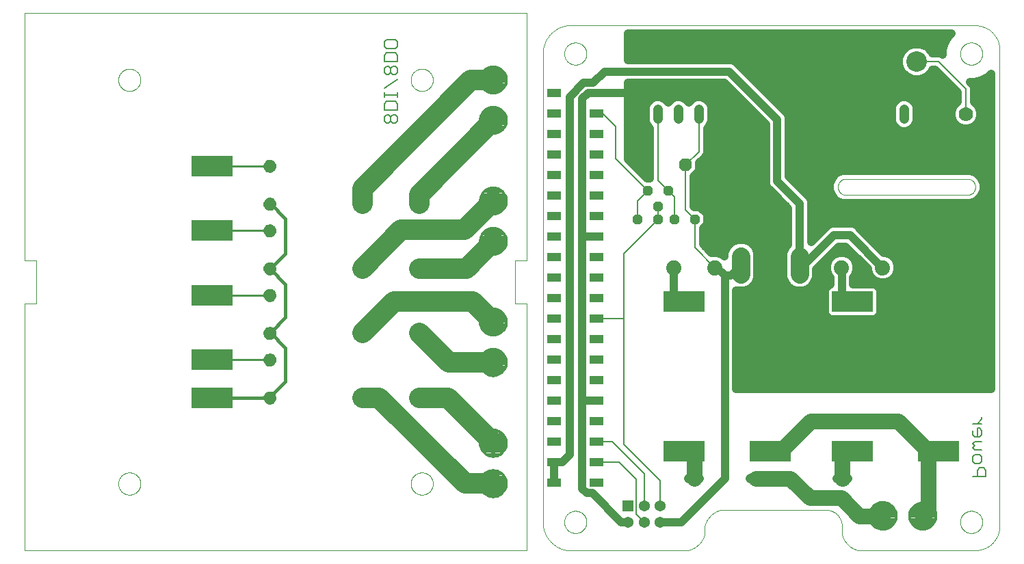
<source format=gbl>
G75*
%MOIN*%
%OFA0B0*%
%FSLAX25Y25*%
%IPPOS*%
%LPD*%
%AMOC8*
5,1,8,0,0,1.08239X$1,22.5*
%
%ADD10C,0.00000*%
%ADD11C,0.00700*%
%ADD12C,0.04800*%
%ADD13C,0.05250*%
%ADD14C,0.05315*%
%ADD15R,0.20000X0.10000*%
%ADD16C,0.07677*%
%ADD17C,0.10000*%
%ADD18R,0.05400X0.05400*%
%ADD19C,0.05400*%
%ADD20C,0.08850*%
%ADD21C,0.07400*%
%ADD22OC8,0.04800*%
%ADD23R,0.09843X0.09843*%
%ADD24C,0.04800*%
%ADD25OC8,0.06300*%
%ADD26R,0.07087X0.03937*%
%ADD27C,0.04724*%
%ADD28C,0.07000*%
%ADD29C,0.01600*%
%ADD30C,0.01000*%
%ADD31C,0.10000*%
%ADD32C,0.01378*%
%ADD33C,0.04000*%
%ADD34C,0.00800*%
%ADD35C,0.07600*%
D10*
X0001000Y0033905D02*
X0245882Y0033905D01*
X0245882Y0154378D01*
X0239976Y0154378D01*
X0239976Y0175244D01*
X0245882Y0175244D01*
X0245882Y0295716D01*
X0001000Y0295716D01*
X0001000Y0175244D01*
X0006906Y0175244D01*
X0006906Y0154378D01*
X0001000Y0154378D01*
X0001000Y0033905D01*
X0046768Y0066386D02*
X0046770Y0066533D01*
X0046776Y0066679D01*
X0046786Y0066825D01*
X0046800Y0066971D01*
X0046818Y0067117D01*
X0046839Y0067262D01*
X0046865Y0067406D01*
X0046895Y0067550D01*
X0046928Y0067692D01*
X0046965Y0067834D01*
X0047006Y0067975D01*
X0047051Y0068114D01*
X0047100Y0068253D01*
X0047152Y0068390D01*
X0047209Y0068525D01*
X0047268Y0068659D01*
X0047332Y0068791D01*
X0047399Y0068921D01*
X0047469Y0069050D01*
X0047543Y0069177D01*
X0047620Y0069301D01*
X0047701Y0069424D01*
X0047785Y0069544D01*
X0047872Y0069662D01*
X0047962Y0069777D01*
X0048055Y0069890D01*
X0048152Y0070001D01*
X0048251Y0070109D01*
X0048353Y0070214D01*
X0048458Y0070316D01*
X0048566Y0070415D01*
X0048677Y0070512D01*
X0048790Y0070605D01*
X0048905Y0070695D01*
X0049023Y0070782D01*
X0049143Y0070866D01*
X0049266Y0070947D01*
X0049390Y0071024D01*
X0049517Y0071098D01*
X0049646Y0071168D01*
X0049776Y0071235D01*
X0049908Y0071299D01*
X0050042Y0071358D01*
X0050177Y0071415D01*
X0050314Y0071467D01*
X0050453Y0071516D01*
X0050592Y0071561D01*
X0050733Y0071602D01*
X0050875Y0071639D01*
X0051017Y0071672D01*
X0051161Y0071702D01*
X0051305Y0071728D01*
X0051450Y0071749D01*
X0051596Y0071767D01*
X0051742Y0071781D01*
X0051888Y0071791D01*
X0052034Y0071797D01*
X0052181Y0071799D01*
X0052328Y0071797D01*
X0052474Y0071791D01*
X0052620Y0071781D01*
X0052766Y0071767D01*
X0052912Y0071749D01*
X0053057Y0071728D01*
X0053201Y0071702D01*
X0053345Y0071672D01*
X0053487Y0071639D01*
X0053629Y0071602D01*
X0053770Y0071561D01*
X0053909Y0071516D01*
X0054048Y0071467D01*
X0054185Y0071415D01*
X0054320Y0071358D01*
X0054454Y0071299D01*
X0054586Y0071235D01*
X0054716Y0071168D01*
X0054845Y0071098D01*
X0054972Y0071024D01*
X0055096Y0070947D01*
X0055219Y0070866D01*
X0055339Y0070782D01*
X0055457Y0070695D01*
X0055572Y0070605D01*
X0055685Y0070512D01*
X0055796Y0070415D01*
X0055904Y0070316D01*
X0056009Y0070214D01*
X0056111Y0070109D01*
X0056210Y0070001D01*
X0056307Y0069890D01*
X0056400Y0069777D01*
X0056490Y0069662D01*
X0056577Y0069544D01*
X0056661Y0069424D01*
X0056742Y0069301D01*
X0056819Y0069177D01*
X0056893Y0069050D01*
X0056963Y0068921D01*
X0057030Y0068791D01*
X0057094Y0068659D01*
X0057153Y0068525D01*
X0057210Y0068390D01*
X0057262Y0068253D01*
X0057311Y0068114D01*
X0057356Y0067975D01*
X0057397Y0067834D01*
X0057434Y0067692D01*
X0057467Y0067550D01*
X0057497Y0067406D01*
X0057523Y0067262D01*
X0057544Y0067117D01*
X0057562Y0066971D01*
X0057576Y0066825D01*
X0057586Y0066679D01*
X0057592Y0066533D01*
X0057594Y0066386D01*
X0057592Y0066239D01*
X0057586Y0066093D01*
X0057576Y0065947D01*
X0057562Y0065801D01*
X0057544Y0065655D01*
X0057523Y0065510D01*
X0057497Y0065366D01*
X0057467Y0065222D01*
X0057434Y0065080D01*
X0057397Y0064938D01*
X0057356Y0064797D01*
X0057311Y0064658D01*
X0057262Y0064519D01*
X0057210Y0064382D01*
X0057153Y0064247D01*
X0057094Y0064113D01*
X0057030Y0063981D01*
X0056963Y0063851D01*
X0056893Y0063722D01*
X0056819Y0063595D01*
X0056742Y0063471D01*
X0056661Y0063348D01*
X0056577Y0063228D01*
X0056490Y0063110D01*
X0056400Y0062995D01*
X0056307Y0062882D01*
X0056210Y0062771D01*
X0056111Y0062663D01*
X0056009Y0062558D01*
X0055904Y0062456D01*
X0055796Y0062357D01*
X0055685Y0062260D01*
X0055572Y0062167D01*
X0055457Y0062077D01*
X0055339Y0061990D01*
X0055219Y0061906D01*
X0055096Y0061825D01*
X0054972Y0061748D01*
X0054845Y0061674D01*
X0054716Y0061604D01*
X0054586Y0061537D01*
X0054454Y0061473D01*
X0054320Y0061414D01*
X0054185Y0061357D01*
X0054048Y0061305D01*
X0053909Y0061256D01*
X0053770Y0061211D01*
X0053629Y0061170D01*
X0053487Y0061133D01*
X0053345Y0061100D01*
X0053201Y0061070D01*
X0053057Y0061044D01*
X0052912Y0061023D01*
X0052766Y0061005D01*
X0052620Y0060991D01*
X0052474Y0060981D01*
X0052328Y0060975D01*
X0052181Y0060973D01*
X0052034Y0060975D01*
X0051888Y0060981D01*
X0051742Y0060991D01*
X0051596Y0061005D01*
X0051450Y0061023D01*
X0051305Y0061044D01*
X0051161Y0061070D01*
X0051017Y0061100D01*
X0050875Y0061133D01*
X0050733Y0061170D01*
X0050592Y0061211D01*
X0050453Y0061256D01*
X0050314Y0061305D01*
X0050177Y0061357D01*
X0050042Y0061414D01*
X0049908Y0061473D01*
X0049776Y0061537D01*
X0049646Y0061604D01*
X0049517Y0061674D01*
X0049390Y0061748D01*
X0049266Y0061825D01*
X0049143Y0061906D01*
X0049023Y0061990D01*
X0048905Y0062077D01*
X0048790Y0062167D01*
X0048677Y0062260D01*
X0048566Y0062357D01*
X0048458Y0062456D01*
X0048353Y0062558D01*
X0048251Y0062663D01*
X0048152Y0062771D01*
X0048055Y0062882D01*
X0047962Y0062995D01*
X0047872Y0063110D01*
X0047785Y0063228D01*
X0047701Y0063348D01*
X0047620Y0063471D01*
X0047543Y0063595D01*
X0047469Y0063722D01*
X0047399Y0063851D01*
X0047332Y0063981D01*
X0047268Y0064113D01*
X0047209Y0064247D01*
X0047152Y0064382D01*
X0047100Y0064519D01*
X0047051Y0064658D01*
X0047006Y0064797D01*
X0046965Y0064938D01*
X0046928Y0065080D01*
X0046895Y0065222D01*
X0046865Y0065366D01*
X0046839Y0065510D01*
X0046818Y0065655D01*
X0046800Y0065801D01*
X0046786Y0065947D01*
X0046776Y0066093D01*
X0046770Y0066239D01*
X0046768Y0066386D01*
X0189288Y0066386D02*
X0189290Y0066533D01*
X0189296Y0066679D01*
X0189306Y0066825D01*
X0189320Y0066971D01*
X0189338Y0067117D01*
X0189359Y0067262D01*
X0189385Y0067406D01*
X0189415Y0067550D01*
X0189448Y0067692D01*
X0189485Y0067834D01*
X0189526Y0067975D01*
X0189571Y0068114D01*
X0189620Y0068253D01*
X0189672Y0068390D01*
X0189729Y0068525D01*
X0189788Y0068659D01*
X0189852Y0068791D01*
X0189919Y0068921D01*
X0189989Y0069050D01*
X0190063Y0069177D01*
X0190140Y0069301D01*
X0190221Y0069424D01*
X0190305Y0069544D01*
X0190392Y0069662D01*
X0190482Y0069777D01*
X0190575Y0069890D01*
X0190672Y0070001D01*
X0190771Y0070109D01*
X0190873Y0070214D01*
X0190978Y0070316D01*
X0191086Y0070415D01*
X0191197Y0070512D01*
X0191310Y0070605D01*
X0191425Y0070695D01*
X0191543Y0070782D01*
X0191663Y0070866D01*
X0191786Y0070947D01*
X0191910Y0071024D01*
X0192037Y0071098D01*
X0192166Y0071168D01*
X0192296Y0071235D01*
X0192428Y0071299D01*
X0192562Y0071358D01*
X0192697Y0071415D01*
X0192834Y0071467D01*
X0192973Y0071516D01*
X0193112Y0071561D01*
X0193253Y0071602D01*
X0193395Y0071639D01*
X0193537Y0071672D01*
X0193681Y0071702D01*
X0193825Y0071728D01*
X0193970Y0071749D01*
X0194116Y0071767D01*
X0194262Y0071781D01*
X0194408Y0071791D01*
X0194554Y0071797D01*
X0194701Y0071799D01*
X0194848Y0071797D01*
X0194994Y0071791D01*
X0195140Y0071781D01*
X0195286Y0071767D01*
X0195432Y0071749D01*
X0195577Y0071728D01*
X0195721Y0071702D01*
X0195865Y0071672D01*
X0196007Y0071639D01*
X0196149Y0071602D01*
X0196290Y0071561D01*
X0196429Y0071516D01*
X0196568Y0071467D01*
X0196705Y0071415D01*
X0196840Y0071358D01*
X0196974Y0071299D01*
X0197106Y0071235D01*
X0197236Y0071168D01*
X0197365Y0071098D01*
X0197492Y0071024D01*
X0197616Y0070947D01*
X0197739Y0070866D01*
X0197859Y0070782D01*
X0197977Y0070695D01*
X0198092Y0070605D01*
X0198205Y0070512D01*
X0198316Y0070415D01*
X0198424Y0070316D01*
X0198529Y0070214D01*
X0198631Y0070109D01*
X0198730Y0070001D01*
X0198827Y0069890D01*
X0198920Y0069777D01*
X0199010Y0069662D01*
X0199097Y0069544D01*
X0199181Y0069424D01*
X0199262Y0069301D01*
X0199339Y0069177D01*
X0199413Y0069050D01*
X0199483Y0068921D01*
X0199550Y0068791D01*
X0199614Y0068659D01*
X0199673Y0068525D01*
X0199730Y0068390D01*
X0199782Y0068253D01*
X0199831Y0068114D01*
X0199876Y0067975D01*
X0199917Y0067834D01*
X0199954Y0067692D01*
X0199987Y0067550D01*
X0200017Y0067406D01*
X0200043Y0067262D01*
X0200064Y0067117D01*
X0200082Y0066971D01*
X0200096Y0066825D01*
X0200106Y0066679D01*
X0200112Y0066533D01*
X0200114Y0066386D01*
X0200112Y0066239D01*
X0200106Y0066093D01*
X0200096Y0065947D01*
X0200082Y0065801D01*
X0200064Y0065655D01*
X0200043Y0065510D01*
X0200017Y0065366D01*
X0199987Y0065222D01*
X0199954Y0065080D01*
X0199917Y0064938D01*
X0199876Y0064797D01*
X0199831Y0064658D01*
X0199782Y0064519D01*
X0199730Y0064382D01*
X0199673Y0064247D01*
X0199614Y0064113D01*
X0199550Y0063981D01*
X0199483Y0063851D01*
X0199413Y0063722D01*
X0199339Y0063595D01*
X0199262Y0063471D01*
X0199181Y0063348D01*
X0199097Y0063228D01*
X0199010Y0063110D01*
X0198920Y0062995D01*
X0198827Y0062882D01*
X0198730Y0062771D01*
X0198631Y0062663D01*
X0198529Y0062558D01*
X0198424Y0062456D01*
X0198316Y0062357D01*
X0198205Y0062260D01*
X0198092Y0062167D01*
X0197977Y0062077D01*
X0197859Y0061990D01*
X0197739Y0061906D01*
X0197616Y0061825D01*
X0197492Y0061748D01*
X0197365Y0061674D01*
X0197236Y0061604D01*
X0197106Y0061537D01*
X0196974Y0061473D01*
X0196840Y0061414D01*
X0196705Y0061357D01*
X0196568Y0061305D01*
X0196429Y0061256D01*
X0196290Y0061211D01*
X0196149Y0061170D01*
X0196007Y0061133D01*
X0195865Y0061100D01*
X0195721Y0061070D01*
X0195577Y0061044D01*
X0195432Y0061023D01*
X0195286Y0061005D01*
X0195140Y0060991D01*
X0194994Y0060981D01*
X0194848Y0060975D01*
X0194701Y0060973D01*
X0194554Y0060975D01*
X0194408Y0060981D01*
X0194262Y0060991D01*
X0194116Y0061005D01*
X0193970Y0061023D01*
X0193825Y0061044D01*
X0193681Y0061070D01*
X0193537Y0061100D01*
X0193395Y0061133D01*
X0193253Y0061170D01*
X0193112Y0061211D01*
X0192973Y0061256D01*
X0192834Y0061305D01*
X0192697Y0061357D01*
X0192562Y0061414D01*
X0192428Y0061473D01*
X0192296Y0061537D01*
X0192166Y0061604D01*
X0192037Y0061674D01*
X0191910Y0061748D01*
X0191786Y0061825D01*
X0191663Y0061906D01*
X0191543Y0061990D01*
X0191425Y0062077D01*
X0191310Y0062167D01*
X0191197Y0062260D01*
X0191086Y0062357D01*
X0190978Y0062456D01*
X0190873Y0062558D01*
X0190771Y0062663D01*
X0190672Y0062771D01*
X0190575Y0062882D01*
X0190482Y0062995D01*
X0190392Y0063110D01*
X0190305Y0063228D01*
X0190221Y0063348D01*
X0190140Y0063471D01*
X0190063Y0063595D01*
X0189989Y0063722D01*
X0189919Y0063851D01*
X0189852Y0063981D01*
X0189788Y0064113D01*
X0189729Y0064247D01*
X0189672Y0064382D01*
X0189620Y0064519D01*
X0189571Y0064658D01*
X0189526Y0064797D01*
X0189485Y0064938D01*
X0189448Y0065080D01*
X0189415Y0065222D01*
X0189385Y0065366D01*
X0189359Y0065510D01*
X0189338Y0065655D01*
X0189320Y0065801D01*
X0189306Y0065947D01*
X0189296Y0066093D01*
X0189290Y0066239D01*
X0189288Y0066386D01*
X0253756Y0045716D02*
X0253756Y0278000D01*
X0253756Y0277999D02*
X0253808Y0278337D01*
X0253869Y0278673D01*
X0253938Y0279008D01*
X0254015Y0279341D01*
X0254100Y0279671D01*
X0254194Y0280000D01*
X0254295Y0280326D01*
X0254405Y0280650D01*
X0254522Y0280971D01*
X0254647Y0281289D01*
X0254780Y0281603D01*
X0254921Y0281915D01*
X0255069Y0282222D01*
X0255225Y0282526D01*
X0255388Y0282827D01*
X0255558Y0283123D01*
X0255736Y0283414D01*
X0255920Y0283702D01*
X0256112Y0283985D01*
X0256311Y0284262D01*
X0256516Y0284535D01*
X0256728Y0284803D01*
X0256947Y0285066D01*
X0257172Y0285323D01*
X0257403Y0285574D01*
X0257640Y0285820D01*
X0257883Y0286060D01*
X0258132Y0286294D01*
X0258387Y0286522D01*
X0258647Y0286743D01*
X0258913Y0286958D01*
X0259184Y0287166D01*
X0259459Y0287368D01*
X0259740Y0287563D01*
X0260025Y0287750D01*
X0260315Y0287931D01*
X0260609Y0288105D01*
X0260908Y0288271D01*
X0261210Y0288430D01*
X0261516Y0288582D01*
X0261826Y0288725D01*
X0262140Y0288862D01*
X0262456Y0288990D01*
X0262776Y0289111D01*
X0263098Y0289224D01*
X0263423Y0289329D01*
X0263751Y0289426D01*
X0264081Y0289515D01*
X0264413Y0289595D01*
X0264746Y0289668D01*
X0265082Y0289732D01*
X0265419Y0289788D01*
X0265757Y0289836D01*
X0266096Y0289875D01*
X0266437Y0289907D01*
X0266777Y0289929D01*
X0267119Y0289944D01*
X0267460Y0289950D01*
X0267802Y0289947D01*
X0268143Y0289937D01*
X0268484Y0289918D01*
X0268825Y0289890D01*
X0269165Y0289854D01*
X0269503Y0289810D01*
X0269504Y0289811D02*
X0464386Y0289811D01*
X0464671Y0289808D01*
X0464957Y0289797D01*
X0465242Y0289780D01*
X0465526Y0289756D01*
X0465810Y0289725D01*
X0466093Y0289687D01*
X0466374Y0289642D01*
X0466655Y0289591D01*
X0466935Y0289533D01*
X0467213Y0289468D01*
X0467489Y0289396D01*
X0467763Y0289318D01*
X0468036Y0289233D01*
X0468306Y0289141D01*
X0468574Y0289043D01*
X0468840Y0288939D01*
X0469103Y0288828D01*
X0469363Y0288711D01*
X0469621Y0288588D01*
X0469875Y0288458D01*
X0470126Y0288322D01*
X0470374Y0288181D01*
X0470618Y0288033D01*
X0470859Y0287880D01*
X0471095Y0287720D01*
X0471328Y0287555D01*
X0471557Y0287385D01*
X0471782Y0287209D01*
X0472002Y0287027D01*
X0472218Y0286841D01*
X0472429Y0286649D01*
X0472636Y0286452D01*
X0472838Y0286250D01*
X0473035Y0286043D01*
X0473227Y0285832D01*
X0473413Y0285616D01*
X0473595Y0285396D01*
X0473771Y0285171D01*
X0473941Y0284942D01*
X0474106Y0284709D01*
X0474266Y0284473D01*
X0474419Y0284232D01*
X0474567Y0283988D01*
X0474708Y0283740D01*
X0474844Y0283489D01*
X0474974Y0283235D01*
X0475097Y0282977D01*
X0475214Y0282717D01*
X0475325Y0282454D01*
X0475429Y0282188D01*
X0475527Y0281920D01*
X0475619Y0281650D01*
X0475704Y0281377D01*
X0475782Y0281103D01*
X0475854Y0280827D01*
X0475919Y0280549D01*
X0475977Y0280269D01*
X0476028Y0279988D01*
X0476073Y0279707D01*
X0476111Y0279424D01*
X0476142Y0279140D01*
X0476166Y0278856D01*
X0476183Y0278571D01*
X0476194Y0278285D01*
X0476197Y0278000D01*
X0476197Y0045716D01*
X0476194Y0045431D01*
X0476183Y0045145D01*
X0476166Y0044860D01*
X0476142Y0044576D01*
X0476111Y0044292D01*
X0476073Y0044009D01*
X0476028Y0043728D01*
X0475977Y0043447D01*
X0475919Y0043167D01*
X0475854Y0042889D01*
X0475782Y0042613D01*
X0475704Y0042339D01*
X0475619Y0042066D01*
X0475527Y0041796D01*
X0475429Y0041528D01*
X0475325Y0041262D01*
X0475214Y0040999D01*
X0475097Y0040739D01*
X0474974Y0040481D01*
X0474844Y0040227D01*
X0474708Y0039976D01*
X0474567Y0039728D01*
X0474419Y0039484D01*
X0474266Y0039243D01*
X0474106Y0039007D01*
X0473941Y0038774D01*
X0473771Y0038545D01*
X0473595Y0038320D01*
X0473413Y0038100D01*
X0473227Y0037884D01*
X0473035Y0037673D01*
X0472838Y0037466D01*
X0472636Y0037264D01*
X0472429Y0037067D01*
X0472218Y0036875D01*
X0472002Y0036689D01*
X0471782Y0036507D01*
X0471557Y0036331D01*
X0471328Y0036161D01*
X0471095Y0035996D01*
X0470859Y0035836D01*
X0470618Y0035683D01*
X0470374Y0035535D01*
X0470126Y0035394D01*
X0469875Y0035258D01*
X0469621Y0035128D01*
X0469363Y0035005D01*
X0469103Y0034888D01*
X0468840Y0034777D01*
X0468574Y0034673D01*
X0468306Y0034575D01*
X0468036Y0034483D01*
X0467763Y0034398D01*
X0467489Y0034320D01*
X0467213Y0034248D01*
X0466935Y0034183D01*
X0466655Y0034125D01*
X0466374Y0034074D01*
X0466093Y0034029D01*
X0465810Y0033991D01*
X0465526Y0033960D01*
X0465242Y0033936D01*
X0464957Y0033919D01*
X0464671Y0033908D01*
X0464386Y0033905D01*
X0407299Y0033905D01*
X0407056Y0033962D01*
X0406814Y0034025D01*
X0406573Y0034094D01*
X0406335Y0034169D01*
X0406098Y0034250D01*
X0405863Y0034336D01*
X0405631Y0034428D01*
X0405400Y0034525D01*
X0405172Y0034628D01*
X0404947Y0034736D01*
X0404724Y0034850D01*
X0404504Y0034969D01*
X0404287Y0035093D01*
X0404073Y0035223D01*
X0403863Y0035358D01*
X0403655Y0035497D01*
X0403451Y0035642D01*
X0403251Y0035791D01*
X0403054Y0035946D01*
X0402861Y0036105D01*
X0402672Y0036268D01*
X0402487Y0036436D01*
X0402306Y0036609D01*
X0402129Y0036786D01*
X0401956Y0036967D01*
X0401788Y0037152D01*
X0401625Y0037341D01*
X0401466Y0037534D01*
X0401311Y0037731D01*
X0401162Y0037931D01*
X0401017Y0038135D01*
X0400878Y0038343D01*
X0400743Y0038553D01*
X0400613Y0038767D01*
X0400489Y0038984D01*
X0400370Y0039204D01*
X0400256Y0039427D01*
X0400148Y0039652D01*
X0400045Y0039880D01*
X0399948Y0040111D01*
X0399856Y0040343D01*
X0399770Y0040578D01*
X0399689Y0040815D01*
X0399614Y0041053D01*
X0399545Y0041294D01*
X0399482Y0041536D01*
X0399425Y0041779D01*
X0399425Y0045716D01*
X0399423Y0045906D01*
X0399416Y0046096D01*
X0399404Y0046286D01*
X0399388Y0046476D01*
X0399368Y0046665D01*
X0399342Y0046854D01*
X0399313Y0047042D01*
X0399278Y0047229D01*
X0399239Y0047415D01*
X0399196Y0047600D01*
X0399148Y0047785D01*
X0399096Y0047968D01*
X0399040Y0048149D01*
X0398979Y0048329D01*
X0398913Y0048508D01*
X0398844Y0048685D01*
X0398770Y0048861D01*
X0398692Y0049034D01*
X0398609Y0049206D01*
X0398523Y0049375D01*
X0398433Y0049543D01*
X0398338Y0049708D01*
X0398240Y0049871D01*
X0398137Y0050031D01*
X0398031Y0050189D01*
X0397921Y0050344D01*
X0397808Y0050497D01*
X0397690Y0050647D01*
X0397569Y0050793D01*
X0397445Y0050937D01*
X0397317Y0051078D01*
X0397186Y0051216D01*
X0397051Y0051351D01*
X0396913Y0051482D01*
X0396772Y0051610D01*
X0396628Y0051734D01*
X0396482Y0051855D01*
X0396332Y0051973D01*
X0396179Y0052086D01*
X0396024Y0052196D01*
X0395866Y0052302D01*
X0395706Y0052405D01*
X0395543Y0052503D01*
X0395378Y0052598D01*
X0395210Y0052688D01*
X0395041Y0052774D01*
X0394869Y0052857D01*
X0394696Y0052935D01*
X0394520Y0053009D01*
X0394343Y0053078D01*
X0394164Y0053144D01*
X0393984Y0053205D01*
X0393803Y0053261D01*
X0393620Y0053313D01*
X0393435Y0053361D01*
X0393250Y0053404D01*
X0393064Y0053443D01*
X0392877Y0053478D01*
X0392689Y0053507D01*
X0392500Y0053533D01*
X0392311Y0053553D01*
X0392121Y0053569D01*
X0391931Y0053581D01*
X0391741Y0053588D01*
X0391551Y0053590D01*
X0340370Y0053590D01*
X0332496Y0045716D02*
X0332496Y0041779D01*
X0332496Y0045717D02*
X0332565Y0045973D01*
X0332641Y0046228D01*
X0332722Y0046480D01*
X0332810Y0046731D01*
X0332903Y0046979D01*
X0333003Y0047226D01*
X0333109Y0047469D01*
X0333220Y0047710D01*
X0333338Y0047948D01*
X0333461Y0048184D01*
X0333589Y0048416D01*
X0333724Y0048645D01*
X0333864Y0048870D01*
X0334009Y0049093D01*
X0334160Y0049311D01*
X0334316Y0049526D01*
X0334477Y0049737D01*
X0334643Y0049944D01*
X0334814Y0050147D01*
X0334990Y0050346D01*
X0335171Y0050541D01*
X0335356Y0050731D01*
X0335546Y0050916D01*
X0335741Y0051097D01*
X0335940Y0051273D01*
X0336143Y0051444D01*
X0336350Y0051610D01*
X0336561Y0051771D01*
X0336776Y0051927D01*
X0336994Y0052078D01*
X0337217Y0052223D01*
X0337442Y0052363D01*
X0337671Y0052498D01*
X0337903Y0052626D01*
X0338139Y0052749D01*
X0338377Y0052867D01*
X0338618Y0052978D01*
X0338861Y0053084D01*
X0339108Y0053184D01*
X0339356Y0053277D01*
X0339607Y0053365D01*
X0339859Y0053446D01*
X0340114Y0053522D01*
X0340370Y0053591D01*
X0332496Y0041779D02*
X0332427Y0041523D01*
X0332351Y0041268D01*
X0332270Y0041016D01*
X0332182Y0040765D01*
X0332089Y0040517D01*
X0331989Y0040270D01*
X0331883Y0040027D01*
X0331772Y0039786D01*
X0331654Y0039548D01*
X0331531Y0039312D01*
X0331403Y0039080D01*
X0331268Y0038851D01*
X0331128Y0038626D01*
X0330983Y0038403D01*
X0330832Y0038185D01*
X0330676Y0037970D01*
X0330515Y0037759D01*
X0330349Y0037552D01*
X0330178Y0037349D01*
X0330002Y0037150D01*
X0329821Y0036955D01*
X0329636Y0036765D01*
X0329446Y0036580D01*
X0329251Y0036399D01*
X0329052Y0036223D01*
X0328849Y0036052D01*
X0328642Y0035886D01*
X0328431Y0035725D01*
X0328216Y0035569D01*
X0327998Y0035418D01*
X0327775Y0035273D01*
X0327550Y0035133D01*
X0327321Y0034998D01*
X0327089Y0034870D01*
X0326853Y0034747D01*
X0326615Y0034629D01*
X0326374Y0034518D01*
X0326131Y0034412D01*
X0325884Y0034312D01*
X0325636Y0034219D01*
X0325385Y0034131D01*
X0325133Y0034050D01*
X0324878Y0033974D01*
X0324622Y0033905D01*
X0269504Y0033905D01*
X0264091Y0047685D02*
X0264093Y0047832D01*
X0264099Y0047978D01*
X0264109Y0048124D01*
X0264123Y0048270D01*
X0264141Y0048416D01*
X0264162Y0048561D01*
X0264188Y0048705D01*
X0264218Y0048849D01*
X0264251Y0048991D01*
X0264288Y0049133D01*
X0264329Y0049274D01*
X0264374Y0049413D01*
X0264423Y0049552D01*
X0264475Y0049689D01*
X0264532Y0049824D01*
X0264591Y0049958D01*
X0264655Y0050090D01*
X0264722Y0050220D01*
X0264792Y0050349D01*
X0264866Y0050476D01*
X0264943Y0050600D01*
X0265024Y0050723D01*
X0265108Y0050843D01*
X0265195Y0050961D01*
X0265285Y0051076D01*
X0265378Y0051189D01*
X0265475Y0051300D01*
X0265574Y0051408D01*
X0265676Y0051513D01*
X0265781Y0051615D01*
X0265889Y0051714D01*
X0266000Y0051811D01*
X0266113Y0051904D01*
X0266228Y0051994D01*
X0266346Y0052081D01*
X0266466Y0052165D01*
X0266589Y0052246D01*
X0266713Y0052323D01*
X0266840Y0052397D01*
X0266969Y0052467D01*
X0267099Y0052534D01*
X0267231Y0052598D01*
X0267365Y0052657D01*
X0267500Y0052714D01*
X0267637Y0052766D01*
X0267776Y0052815D01*
X0267915Y0052860D01*
X0268056Y0052901D01*
X0268198Y0052938D01*
X0268340Y0052971D01*
X0268484Y0053001D01*
X0268628Y0053027D01*
X0268773Y0053048D01*
X0268919Y0053066D01*
X0269065Y0053080D01*
X0269211Y0053090D01*
X0269357Y0053096D01*
X0269504Y0053098D01*
X0269651Y0053096D01*
X0269797Y0053090D01*
X0269943Y0053080D01*
X0270089Y0053066D01*
X0270235Y0053048D01*
X0270380Y0053027D01*
X0270524Y0053001D01*
X0270668Y0052971D01*
X0270810Y0052938D01*
X0270952Y0052901D01*
X0271093Y0052860D01*
X0271232Y0052815D01*
X0271371Y0052766D01*
X0271508Y0052714D01*
X0271643Y0052657D01*
X0271777Y0052598D01*
X0271909Y0052534D01*
X0272039Y0052467D01*
X0272168Y0052397D01*
X0272295Y0052323D01*
X0272419Y0052246D01*
X0272542Y0052165D01*
X0272662Y0052081D01*
X0272780Y0051994D01*
X0272895Y0051904D01*
X0273008Y0051811D01*
X0273119Y0051714D01*
X0273227Y0051615D01*
X0273332Y0051513D01*
X0273434Y0051408D01*
X0273533Y0051300D01*
X0273630Y0051189D01*
X0273723Y0051076D01*
X0273813Y0050961D01*
X0273900Y0050843D01*
X0273984Y0050723D01*
X0274065Y0050600D01*
X0274142Y0050476D01*
X0274216Y0050349D01*
X0274286Y0050220D01*
X0274353Y0050090D01*
X0274417Y0049958D01*
X0274476Y0049824D01*
X0274533Y0049689D01*
X0274585Y0049552D01*
X0274634Y0049413D01*
X0274679Y0049274D01*
X0274720Y0049133D01*
X0274757Y0048991D01*
X0274790Y0048849D01*
X0274820Y0048705D01*
X0274846Y0048561D01*
X0274867Y0048416D01*
X0274885Y0048270D01*
X0274899Y0048124D01*
X0274909Y0047978D01*
X0274915Y0047832D01*
X0274917Y0047685D01*
X0274915Y0047538D01*
X0274909Y0047392D01*
X0274899Y0047246D01*
X0274885Y0047100D01*
X0274867Y0046954D01*
X0274846Y0046809D01*
X0274820Y0046665D01*
X0274790Y0046521D01*
X0274757Y0046379D01*
X0274720Y0046237D01*
X0274679Y0046096D01*
X0274634Y0045957D01*
X0274585Y0045818D01*
X0274533Y0045681D01*
X0274476Y0045546D01*
X0274417Y0045412D01*
X0274353Y0045280D01*
X0274286Y0045150D01*
X0274216Y0045021D01*
X0274142Y0044894D01*
X0274065Y0044770D01*
X0273984Y0044647D01*
X0273900Y0044527D01*
X0273813Y0044409D01*
X0273723Y0044294D01*
X0273630Y0044181D01*
X0273533Y0044070D01*
X0273434Y0043962D01*
X0273332Y0043857D01*
X0273227Y0043755D01*
X0273119Y0043656D01*
X0273008Y0043559D01*
X0272895Y0043466D01*
X0272780Y0043376D01*
X0272662Y0043289D01*
X0272542Y0043205D01*
X0272419Y0043124D01*
X0272295Y0043047D01*
X0272168Y0042973D01*
X0272039Y0042903D01*
X0271909Y0042836D01*
X0271777Y0042772D01*
X0271643Y0042713D01*
X0271508Y0042656D01*
X0271371Y0042604D01*
X0271232Y0042555D01*
X0271093Y0042510D01*
X0270952Y0042469D01*
X0270810Y0042432D01*
X0270668Y0042399D01*
X0270524Y0042369D01*
X0270380Y0042343D01*
X0270235Y0042322D01*
X0270089Y0042304D01*
X0269943Y0042290D01*
X0269797Y0042280D01*
X0269651Y0042274D01*
X0269504Y0042272D01*
X0269357Y0042274D01*
X0269211Y0042280D01*
X0269065Y0042290D01*
X0268919Y0042304D01*
X0268773Y0042322D01*
X0268628Y0042343D01*
X0268484Y0042369D01*
X0268340Y0042399D01*
X0268198Y0042432D01*
X0268056Y0042469D01*
X0267915Y0042510D01*
X0267776Y0042555D01*
X0267637Y0042604D01*
X0267500Y0042656D01*
X0267365Y0042713D01*
X0267231Y0042772D01*
X0267099Y0042836D01*
X0266969Y0042903D01*
X0266840Y0042973D01*
X0266713Y0043047D01*
X0266589Y0043124D01*
X0266466Y0043205D01*
X0266346Y0043289D01*
X0266228Y0043376D01*
X0266113Y0043466D01*
X0266000Y0043559D01*
X0265889Y0043656D01*
X0265781Y0043755D01*
X0265676Y0043857D01*
X0265574Y0043962D01*
X0265475Y0044070D01*
X0265378Y0044181D01*
X0265285Y0044294D01*
X0265195Y0044409D01*
X0265108Y0044527D01*
X0265024Y0044647D01*
X0264943Y0044770D01*
X0264866Y0044894D01*
X0264792Y0045021D01*
X0264722Y0045150D01*
X0264655Y0045280D01*
X0264591Y0045412D01*
X0264532Y0045546D01*
X0264475Y0045681D01*
X0264423Y0045818D01*
X0264374Y0045957D01*
X0264329Y0046096D01*
X0264288Y0046237D01*
X0264251Y0046379D01*
X0264218Y0046521D01*
X0264188Y0046665D01*
X0264162Y0046809D01*
X0264141Y0046954D01*
X0264123Y0047100D01*
X0264109Y0047246D01*
X0264099Y0047392D01*
X0264093Y0047538D01*
X0264091Y0047685D01*
X0253756Y0045717D02*
X0253807Y0045384D01*
X0253867Y0045053D01*
X0253935Y0044724D01*
X0254010Y0044396D01*
X0254094Y0044070D01*
X0254185Y0043746D01*
X0254284Y0043425D01*
X0254391Y0043106D01*
X0254505Y0042790D01*
X0254627Y0042476D01*
X0254757Y0042166D01*
X0254894Y0041859D01*
X0255039Y0041555D01*
X0255190Y0041255D01*
X0255349Y0040958D01*
X0255515Y0040666D01*
X0255689Y0040377D01*
X0255869Y0040093D01*
X0256055Y0039814D01*
X0256249Y0039539D01*
X0256449Y0039268D01*
X0256656Y0039003D01*
X0256869Y0038742D01*
X0257088Y0038487D01*
X0257313Y0038238D01*
X0257544Y0037993D01*
X0257782Y0037755D01*
X0258024Y0037522D01*
X0258273Y0037295D01*
X0258527Y0037074D01*
X0258786Y0036860D01*
X0259050Y0036652D01*
X0259319Y0036450D01*
X0259593Y0036254D01*
X0259871Y0036066D01*
X0260154Y0035884D01*
X0260441Y0035709D01*
X0260733Y0035541D01*
X0261028Y0035380D01*
X0261328Y0035227D01*
X0261630Y0035080D01*
X0261937Y0034941D01*
X0262246Y0034810D01*
X0262559Y0034686D01*
X0262875Y0034569D01*
X0263193Y0034461D01*
X0263514Y0034360D01*
X0263837Y0034266D01*
X0264162Y0034181D01*
X0264489Y0034103D01*
X0264818Y0034034D01*
X0265149Y0033972D01*
X0265481Y0033918D01*
X0265814Y0033873D01*
X0266149Y0033835D01*
X0266484Y0033806D01*
X0266819Y0033784D01*
X0267156Y0033771D01*
X0267492Y0033766D01*
X0267828Y0033769D01*
X0268164Y0033780D01*
X0268500Y0033800D01*
X0268835Y0033827D01*
X0269170Y0033862D01*
X0269503Y0033906D01*
X0457004Y0047685D02*
X0457006Y0047832D01*
X0457012Y0047978D01*
X0457022Y0048124D01*
X0457036Y0048270D01*
X0457054Y0048416D01*
X0457075Y0048561D01*
X0457101Y0048705D01*
X0457131Y0048849D01*
X0457164Y0048991D01*
X0457201Y0049133D01*
X0457242Y0049274D01*
X0457287Y0049413D01*
X0457336Y0049552D01*
X0457388Y0049689D01*
X0457445Y0049824D01*
X0457504Y0049958D01*
X0457568Y0050090D01*
X0457635Y0050220D01*
X0457705Y0050349D01*
X0457779Y0050476D01*
X0457856Y0050600D01*
X0457937Y0050723D01*
X0458021Y0050843D01*
X0458108Y0050961D01*
X0458198Y0051076D01*
X0458291Y0051189D01*
X0458388Y0051300D01*
X0458487Y0051408D01*
X0458589Y0051513D01*
X0458694Y0051615D01*
X0458802Y0051714D01*
X0458913Y0051811D01*
X0459026Y0051904D01*
X0459141Y0051994D01*
X0459259Y0052081D01*
X0459379Y0052165D01*
X0459502Y0052246D01*
X0459626Y0052323D01*
X0459753Y0052397D01*
X0459882Y0052467D01*
X0460012Y0052534D01*
X0460144Y0052598D01*
X0460278Y0052657D01*
X0460413Y0052714D01*
X0460550Y0052766D01*
X0460689Y0052815D01*
X0460828Y0052860D01*
X0460969Y0052901D01*
X0461111Y0052938D01*
X0461253Y0052971D01*
X0461397Y0053001D01*
X0461541Y0053027D01*
X0461686Y0053048D01*
X0461832Y0053066D01*
X0461978Y0053080D01*
X0462124Y0053090D01*
X0462270Y0053096D01*
X0462417Y0053098D01*
X0462564Y0053096D01*
X0462710Y0053090D01*
X0462856Y0053080D01*
X0463002Y0053066D01*
X0463148Y0053048D01*
X0463293Y0053027D01*
X0463437Y0053001D01*
X0463581Y0052971D01*
X0463723Y0052938D01*
X0463865Y0052901D01*
X0464006Y0052860D01*
X0464145Y0052815D01*
X0464284Y0052766D01*
X0464421Y0052714D01*
X0464556Y0052657D01*
X0464690Y0052598D01*
X0464822Y0052534D01*
X0464952Y0052467D01*
X0465081Y0052397D01*
X0465208Y0052323D01*
X0465332Y0052246D01*
X0465455Y0052165D01*
X0465575Y0052081D01*
X0465693Y0051994D01*
X0465808Y0051904D01*
X0465921Y0051811D01*
X0466032Y0051714D01*
X0466140Y0051615D01*
X0466245Y0051513D01*
X0466347Y0051408D01*
X0466446Y0051300D01*
X0466543Y0051189D01*
X0466636Y0051076D01*
X0466726Y0050961D01*
X0466813Y0050843D01*
X0466897Y0050723D01*
X0466978Y0050600D01*
X0467055Y0050476D01*
X0467129Y0050349D01*
X0467199Y0050220D01*
X0467266Y0050090D01*
X0467330Y0049958D01*
X0467389Y0049824D01*
X0467446Y0049689D01*
X0467498Y0049552D01*
X0467547Y0049413D01*
X0467592Y0049274D01*
X0467633Y0049133D01*
X0467670Y0048991D01*
X0467703Y0048849D01*
X0467733Y0048705D01*
X0467759Y0048561D01*
X0467780Y0048416D01*
X0467798Y0048270D01*
X0467812Y0048124D01*
X0467822Y0047978D01*
X0467828Y0047832D01*
X0467830Y0047685D01*
X0467828Y0047538D01*
X0467822Y0047392D01*
X0467812Y0047246D01*
X0467798Y0047100D01*
X0467780Y0046954D01*
X0467759Y0046809D01*
X0467733Y0046665D01*
X0467703Y0046521D01*
X0467670Y0046379D01*
X0467633Y0046237D01*
X0467592Y0046096D01*
X0467547Y0045957D01*
X0467498Y0045818D01*
X0467446Y0045681D01*
X0467389Y0045546D01*
X0467330Y0045412D01*
X0467266Y0045280D01*
X0467199Y0045150D01*
X0467129Y0045021D01*
X0467055Y0044894D01*
X0466978Y0044770D01*
X0466897Y0044647D01*
X0466813Y0044527D01*
X0466726Y0044409D01*
X0466636Y0044294D01*
X0466543Y0044181D01*
X0466446Y0044070D01*
X0466347Y0043962D01*
X0466245Y0043857D01*
X0466140Y0043755D01*
X0466032Y0043656D01*
X0465921Y0043559D01*
X0465808Y0043466D01*
X0465693Y0043376D01*
X0465575Y0043289D01*
X0465455Y0043205D01*
X0465332Y0043124D01*
X0465208Y0043047D01*
X0465081Y0042973D01*
X0464952Y0042903D01*
X0464822Y0042836D01*
X0464690Y0042772D01*
X0464556Y0042713D01*
X0464421Y0042656D01*
X0464284Y0042604D01*
X0464145Y0042555D01*
X0464006Y0042510D01*
X0463865Y0042469D01*
X0463723Y0042432D01*
X0463581Y0042399D01*
X0463437Y0042369D01*
X0463293Y0042343D01*
X0463148Y0042322D01*
X0463002Y0042304D01*
X0462856Y0042290D01*
X0462710Y0042280D01*
X0462564Y0042274D01*
X0462417Y0042272D01*
X0462270Y0042274D01*
X0462124Y0042280D01*
X0461978Y0042290D01*
X0461832Y0042304D01*
X0461686Y0042322D01*
X0461541Y0042343D01*
X0461397Y0042369D01*
X0461253Y0042399D01*
X0461111Y0042432D01*
X0460969Y0042469D01*
X0460828Y0042510D01*
X0460689Y0042555D01*
X0460550Y0042604D01*
X0460413Y0042656D01*
X0460278Y0042713D01*
X0460144Y0042772D01*
X0460012Y0042836D01*
X0459882Y0042903D01*
X0459753Y0042973D01*
X0459626Y0043047D01*
X0459502Y0043124D01*
X0459379Y0043205D01*
X0459259Y0043289D01*
X0459141Y0043376D01*
X0459026Y0043466D01*
X0458913Y0043559D01*
X0458802Y0043656D01*
X0458694Y0043755D01*
X0458589Y0043857D01*
X0458487Y0043962D01*
X0458388Y0044070D01*
X0458291Y0044181D01*
X0458198Y0044294D01*
X0458108Y0044409D01*
X0458021Y0044527D01*
X0457937Y0044647D01*
X0457856Y0044770D01*
X0457779Y0044894D01*
X0457705Y0045021D01*
X0457635Y0045150D01*
X0457568Y0045280D01*
X0457504Y0045412D01*
X0457445Y0045546D01*
X0457388Y0045681D01*
X0457336Y0045818D01*
X0457287Y0045957D01*
X0457242Y0046096D01*
X0457201Y0046237D01*
X0457164Y0046379D01*
X0457131Y0046521D01*
X0457101Y0046665D01*
X0457075Y0046809D01*
X0457054Y0046954D01*
X0457036Y0047100D01*
X0457022Y0047246D01*
X0457012Y0047392D01*
X0457006Y0047538D01*
X0457004Y0047685D01*
X0460449Y0207134D02*
X0401394Y0207134D01*
X0401270Y0207136D01*
X0401147Y0207142D01*
X0401023Y0207151D01*
X0400901Y0207165D01*
X0400778Y0207182D01*
X0400656Y0207204D01*
X0400535Y0207229D01*
X0400415Y0207258D01*
X0400296Y0207290D01*
X0400177Y0207327D01*
X0400060Y0207367D01*
X0399945Y0207410D01*
X0399830Y0207458D01*
X0399718Y0207509D01*
X0399607Y0207563D01*
X0399497Y0207621D01*
X0399390Y0207682D01*
X0399284Y0207747D01*
X0399181Y0207815D01*
X0399080Y0207886D01*
X0398981Y0207960D01*
X0398884Y0208037D01*
X0398790Y0208118D01*
X0398699Y0208201D01*
X0398610Y0208287D01*
X0398524Y0208376D01*
X0398441Y0208467D01*
X0398360Y0208561D01*
X0398283Y0208658D01*
X0398209Y0208757D01*
X0398138Y0208858D01*
X0398070Y0208961D01*
X0398005Y0209067D01*
X0397944Y0209174D01*
X0397886Y0209284D01*
X0397832Y0209395D01*
X0397781Y0209507D01*
X0397733Y0209622D01*
X0397690Y0209737D01*
X0397650Y0209854D01*
X0397613Y0209973D01*
X0397581Y0210092D01*
X0397552Y0210212D01*
X0397527Y0210333D01*
X0397505Y0210455D01*
X0397488Y0210578D01*
X0397474Y0210700D01*
X0397465Y0210824D01*
X0397459Y0210947D01*
X0397457Y0211071D01*
X0397459Y0211195D01*
X0397465Y0211318D01*
X0397474Y0211442D01*
X0397488Y0211564D01*
X0397505Y0211687D01*
X0397527Y0211809D01*
X0397552Y0211930D01*
X0397581Y0212050D01*
X0397613Y0212169D01*
X0397650Y0212288D01*
X0397690Y0212405D01*
X0397733Y0212520D01*
X0397781Y0212635D01*
X0397832Y0212747D01*
X0397886Y0212858D01*
X0397944Y0212968D01*
X0398005Y0213075D01*
X0398070Y0213181D01*
X0398138Y0213284D01*
X0398209Y0213385D01*
X0398283Y0213484D01*
X0398360Y0213581D01*
X0398441Y0213675D01*
X0398524Y0213766D01*
X0398610Y0213855D01*
X0398699Y0213941D01*
X0398790Y0214024D01*
X0398884Y0214105D01*
X0398981Y0214182D01*
X0399080Y0214256D01*
X0399181Y0214327D01*
X0399284Y0214395D01*
X0399390Y0214460D01*
X0399497Y0214521D01*
X0399607Y0214579D01*
X0399718Y0214633D01*
X0399830Y0214684D01*
X0399945Y0214732D01*
X0400060Y0214775D01*
X0400177Y0214815D01*
X0400296Y0214852D01*
X0400415Y0214884D01*
X0400535Y0214913D01*
X0400656Y0214938D01*
X0400778Y0214960D01*
X0400901Y0214977D01*
X0401023Y0214991D01*
X0401147Y0215000D01*
X0401270Y0215006D01*
X0401394Y0215008D01*
X0460449Y0215008D01*
X0464386Y0211071D02*
X0464384Y0210947D01*
X0464378Y0210824D01*
X0464369Y0210700D01*
X0464355Y0210578D01*
X0464338Y0210455D01*
X0464316Y0210333D01*
X0464291Y0210212D01*
X0464262Y0210092D01*
X0464230Y0209973D01*
X0464193Y0209854D01*
X0464153Y0209737D01*
X0464110Y0209622D01*
X0464062Y0209507D01*
X0464011Y0209395D01*
X0463957Y0209284D01*
X0463899Y0209174D01*
X0463838Y0209067D01*
X0463773Y0208961D01*
X0463705Y0208858D01*
X0463634Y0208757D01*
X0463560Y0208658D01*
X0463483Y0208561D01*
X0463402Y0208467D01*
X0463319Y0208376D01*
X0463233Y0208287D01*
X0463144Y0208201D01*
X0463053Y0208118D01*
X0462959Y0208037D01*
X0462862Y0207960D01*
X0462763Y0207886D01*
X0462662Y0207815D01*
X0462559Y0207747D01*
X0462453Y0207682D01*
X0462346Y0207621D01*
X0462236Y0207563D01*
X0462125Y0207509D01*
X0462013Y0207458D01*
X0461898Y0207410D01*
X0461783Y0207367D01*
X0461666Y0207327D01*
X0461547Y0207290D01*
X0461428Y0207258D01*
X0461308Y0207229D01*
X0461187Y0207204D01*
X0461065Y0207182D01*
X0460942Y0207165D01*
X0460820Y0207151D01*
X0460696Y0207142D01*
X0460573Y0207136D01*
X0460449Y0207134D01*
X0464386Y0211071D02*
X0464384Y0211195D01*
X0464378Y0211318D01*
X0464369Y0211442D01*
X0464355Y0211564D01*
X0464338Y0211687D01*
X0464316Y0211809D01*
X0464291Y0211930D01*
X0464262Y0212050D01*
X0464230Y0212169D01*
X0464193Y0212288D01*
X0464153Y0212405D01*
X0464110Y0212520D01*
X0464062Y0212635D01*
X0464011Y0212747D01*
X0463957Y0212858D01*
X0463899Y0212968D01*
X0463838Y0213075D01*
X0463773Y0213181D01*
X0463705Y0213284D01*
X0463634Y0213385D01*
X0463560Y0213484D01*
X0463483Y0213581D01*
X0463402Y0213675D01*
X0463319Y0213766D01*
X0463233Y0213855D01*
X0463144Y0213941D01*
X0463053Y0214024D01*
X0462959Y0214105D01*
X0462862Y0214182D01*
X0462763Y0214256D01*
X0462662Y0214327D01*
X0462559Y0214395D01*
X0462453Y0214460D01*
X0462346Y0214521D01*
X0462236Y0214579D01*
X0462125Y0214633D01*
X0462013Y0214684D01*
X0461898Y0214732D01*
X0461783Y0214775D01*
X0461666Y0214815D01*
X0461547Y0214852D01*
X0461428Y0214884D01*
X0461308Y0214913D01*
X0461187Y0214938D01*
X0461065Y0214960D01*
X0460942Y0214977D01*
X0460820Y0214991D01*
X0460696Y0215000D01*
X0460573Y0215006D01*
X0460449Y0215008D01*
X0457004Y0276031D02*
X0457006Y0276178D01*
X0457012Y0276324D01*
X0457022Y0276470D01*
X0457036Y0276616D01*
X0457054Y0276762D01*
X0457075Y0276907D01*
X0457101Y0277051D01*
X0457131Y0277195D01*
X0457164Y0277337D01*
X0457201Y0277479D01*
X0457242Y0277620D01*
X0457287Y0277759D01*
X0457336Y0277898D01*
X0457388Y0278035D01*
X0457445Y0278170D01*
X0457504Y0278304D01*
X0457568Y0278436D01*
X0457635Y0278566D01*
X0457705Y0278695D01*
X0457779Y0278822D01*
X0457856Y0278946D01*
X0457937Y0279069D01*
X0458021Y0279189D01*
X0458108Y0279307D01*
X0458198Y0279422D01*
X0458291Y0279535D01*
X0458388Y0279646D01*
X0458487Y0279754D01*
X0458589Y0279859D01*
X0458694Y0279961D01*
X0458802Y0280060D01*
X0458913Y0280157D01*
X0459026Y0280250D01*
X0459141Y0280340D01*
X0459259Y0280427D01*
X0459379Y0280511D01*
X0459502Y0280592D01*
X0459626Y0280669D01*
X0459753Y0280743D01*
X0459882Y0280813D01*
X0460012Y0280880D01*
X0460144Y0280944D01*
X0460278Y0281003D01*
X0460413Y0281060D01*
X0460550Y0281112D01*
X0460689Y0281161D01*
X0460828Y0281206D01*
X0460969Y0281247D01*
X0461111Y0281284D01*
X0461253Y0281317D01*
X0461397Y0281347D01*
X0461541Y0281373D01*
X0461686Y0281394D01*
X0461832Y0281412D01*
X0461978Y0281426D01*
X0462124Y0281436D01*
X0462270Y0281442D01*
X0462417Y0281444D01*
X0462564Y0281442D01*
X0462710Y0281436D01*
X0462856Y0281426D01*
X0463002Y0281412D01*
X0463148Y0281394D01*
X0463293Y0281373D01*
X0463437Y0281347D01*
X0463581Y0281317D01*
X0463723Y0281284D01*
X0463865Y0281247D01*
X0464006Y0281206D01*
X0464145Y0281161D01*
X0464284Y0281112D01*
X0464421Y0281060D01*
X0464556Y0281003D01*
X0464690Y0280944D01*
X0464822Y0280880D01*
X0464952Y0280813D01*
X0465081Y0280743D01*
X0465208Y0280669D01*
X0465332Y0280592D01*
X0465455Y0280511D01*
X0465575Y0280427D01*
X0465693Y0280340D01*
X0465808Y0280250D01*
X0465921Y0280157D01*
X0466032Y0280060D01*
X0466140Y0279961D01*
X0466245Y0279859D01*
X0466347Y0279754D01*
X0466446Y0279646D01*
X0466543Y0279535D01*
X0466636Y0279422D01*
X0466726Y0279307D01*
X0466813Y0279189D01*
X0466897Y0279069D01*
X0466978Y0278946D01*
X0467055Y0278822D01*
X0467129Y0278695D01*
X0467199Y0278566D01*
X0467266Y0278436D01*
X0467330Y0278304D01*
X0467389Y0278170D01*
X0467446Y0278035D01*
X0467498Y0277898D01*
X0467547Y0277759D01*
X0467592Y0277620D01*
X0467633Y0277479D01*
X0467670Y0277337D01*
X0467703Y0277195D01*
X0467733Y0277051D01*
X0467759Y0276907D01*
X0467780Y0276762D01*
X0467798Y0276616D01*
X0467812Y0276470D01*
X0467822Y0276324D01*
X0467828Y0276178D01*
X0467830Y0276031D01*
X0467828Y0275884D01*
X0467822Y0275738D01*
X0467812Y0275592D01*
X0467798Y0275446D01*
X0467780Y0275300D01*
X0467759Y0275155D01*
X0467733Y0275011D01*
X0467703Y0274867D01*
X0467670Y0274725D01*
X0467633Y0274583D01*
X0467592Y0274442D01*
X0467547Y0274303D01*
X0467498Y0274164D01*
X0467446Y0274027D01*
X0467389Y0273892D01*
X0467330Y0273758D01*
X0467266Y0273626D01*
X0467199Y0273496D01*
X0467129Y0273367D01*
X0467055Y0273240D01*
X0466978Y0273116D01*
X0466897Y0272993D01*
X0466813Y0272873D01*
X0466726Y0272755D01*
X0466636Y0272640D01*
X0466543Y0272527D01*
X0466446Y0272416D01*
X0466347Y0272308D01*
X0466245Y0272203D01*
X0466140Y0272101D01*
X0466032Y0272002D01*
X0465921Y0271905D01*
X0465808Y0271812D01*
X0465693Y0271722D01*
X0465575Y0271635D01*
X0465455Y0271551D01*
X0465332Y0271470D01*
X0465208Y0271393D01*
X0465081Y0271319D01*
X0464952Y0271249D01*
X0464822Y0271182D01*
X0464690Y0271118D01*
X0464556Y0271059D01*
X0464421Y0271002D01*
X0464284Y0270950D01*
X0464145Y0270901D01*
X0464006Y0270856D01*
X0463865Y0270815D01*
X0463723Y0270778D01*
X0463581Y0270745D01*
X0463437Y0270715D01*
X0463293Y0270689D01*
X0463148Y0270668D01*
X0463002Y0270650D01*
X0462856Y0270636D01*
X0462710Y0270626D01*
X0462564Y0270620D01*
X0462417Y0270618D01*
X0462270Y0270620D01*
X0462124Y0270626D01*
X0461978Y0270636D01*
X0461832Y0270650D01*
X0461686Y0270668D01*
X0461541Y0270689D01*
X0461397Y0270715D01*
X0461253Y0270745D01*
X0461111Y0270778D01*
X0460969Y0270815D01*
X0460828Y0270856D01*
X0460689Y0270901D01*
X0460550Y0270950D01*
X0460413Y0271002D01*
X0460278Y0271059D01*
X0460144Y0271118D01*
X0460012Y0271182D01*
X0459882Y0271249D01*
X0459753Y0271319D01*
X0459626Y0271393D01*
X0459502Y0271470D01*
X0459379Y0271551D01*
X0459259Y0271635D01*
X0459141Y0271722D01*
X0459026Y0271812D01*
X0458913Y0271905D01*
X0458802Y0272002D01*
X0458694Y0272101D01*
X0458589Y0272203D01*
X0458487Y0272308D01*
X0458388Y0272416D01*
X0458291Y0272527D01*
X0458198Y0272640D01*
X0458108Y0272755D01*
X0458021Y0272873D01*
X0457937Y0272993D01*
X0457856Y0273116D01*
X0457779Y0273240D01*
X0457705Y0273367D01*
X0457635Y0273496D01*
X0457568Y0273626D01*
X0457504Y0273758D01*
X0457445Y0273892D01*
X0457388Y0274027D01*
X0457336Y0274164D01*
X0457287Y0274303D01*
X0457242Y0274442D01*
X0457201Y0274583D01*
X0457164Y0274725D01*
X0457131Y0274867D01*
X0457101Y0275011D01*
X0457075Y0275155D01*
X0457054Y0275300D01*
X0457036Y0275446D01*
X0457022Y0275592D01*
X0457012Y0275738D01*
X0457006Y0275884D01*
X0457004Y0276031D01*
X0264091Y0276031D02*
X0264093Y0276178D01*
X0264099Y0276324D01*
X0264109Y0276470D01*
X0264123Y0276616D01*
X0264141Y0276762D01*
X0264162Y0276907D01*
X0264188Y0277051D01*
X0264218Y0277195D01*
X0264251Y0277337D01*
X0264288Y0277479D01*
X0264329Y0277620D01*
X0264374Y0277759D01*
X0264423Y0277898D01*
X0264475Y0278035D01*
X0264532Y0278170D01*
X0264591Y0278304D01*
X0264655Y0278436D01*
X0264722Y0278566D01*
X0264792Y0278695D01*
X0264866Y0278822D01*
X0264943Y0278946D01*
X0265024Y0279069D01*
X0265108Y0279189D01*
X0265195Y0279307D01*
X0265285Y0279422D01*
X0265378Y0279535D01*
X0265475Y0279646D01*
X0265574Y0279754D01*
X0265676Y0279859D01*
X0265781Y0279961D01*
X0265889Y0280060D01*
X0266000Y0280157D01*
X0266113Y0280250D01*
X0266228Y0280340D01*
X0266346Y0280427D01*
X0266466Y0280511D01*
X0266589Y0280592D01*
X0266713Y0280669D01*
X0266840Y0280743D01*
X0266969Y0280813D01*
X0267099Y0280880D01*
X0267231Y0280944D01*
X0267365Y0281003D01*
X0267500Y0281060D01*
X0267637Y0281112D01*
X0267776Y0281161D01*
X0267915Y0281206D01*
X0268056Y0281247D01*
X0268198Y0281284D01*
X0268340Y0281317D01*
X0268484Y0281347D01*
X0268628Y0281373D01*
X0268773Y0281394D01*
X0268919Y0281412D01*
X0269065Y0281426D01*
X0269211Y0281436D01*
X0269357Y0281442D01*
X0269504Y0281444D01*
X0269651Y0281442D01*
X0269797Y0281436D01*
X0269943Y0281426D01*
X0270089Y0281412D01*
X0270235Y0281394D01*
X0270380Y0281373D01*
X0270524Y0281347D01*
X0270668Y0281317D01*
X0270810Y0281284D01*
X0270952Y0281247D01*
X0271093Y0281206D01*
X0271232Y0281161D01*
X0271371Y0281112D01*
X0271508Y0281060D01*
X0271643Y0281003D01*
X0271777Y0280944D01*
X0271909Y0280880D01*
X0272039Y0280813D01*
X0272168Y0280743D01*
X0272295Y0280669D01*
X0272419Y0280592D01*
X0272542Y0280511D01*
X0272662Y0280427D01*
X0272780Y0280340D01*
X0272895Y0280250D01*
X0273008Y0280157D01*
X0273119Y0280060D01*
X0273227Y0279961D01*
X0273332Y0279859D01*
X0273434Y0279754D01*
X0273533Y0279646D01*
X0273630Y0279535D01*
X0273723Y0279422D01*
X0273813Y0279307D01*
X0273900Y0279189D01*
X0273984Y0279069D01*
X0274065Y0278946D01*
X0274142Y0278822D01*
X0274216Y0278695D01*
X0274286Y0278566D01*
X0274353Y0278436D01*
X0274417Y0278304D01*
X0274476Y0278170D01*
X0274533Y0278035D01*
X0274585Y0277898D01*
X0274634Y0277759D01*
X0274679Y0277620D01*
X0274720Y0277479D01*
X0274757Y0277337D01*
X0274790Y0277195D01*
X0274820Y0277051D01*
X0274846Y0276907D01*
X0274867Y0276762D01*
X0274885Y0276616D01*
X0274899Y0276470D01*
X0274909Y0276324D01*
X0274915Y0276178D01*
X0274917Y0276031D01*
X0274915Y0275884D01*
X0274909Y0275738D01*
X0274899Y0275592D01*
X0274885Y0275446D01*
X0274867Y0275300D01*
X0274846Y0275155D01*
X0274820Y0275011D01*
X0274790Y0274867D01*
X0274757Y0274725D01*
X0274720Y0274583D01*
X0274679Y0274442D01*
X0274634Y0274303D01*
X0274585Y0274164D01*
X0274533Y0274027D01*
X0274476Y0273892D01*
X0274417Y0273758D01*
X0274353Y0273626D01*
X0274286Y0273496D01*
X0274216Y0273367D01*
X0274142Y0273240D01*
X0274065Y0273116D01*
X0273984Y0272993D01*
X0273900Y0272873D01*
X0273813Y0272755D01*
X0273723Y0272640D01*
X0273630Y0272527D01*
X0273533Y0272416D01*
X0273434Y0272308D01*
X0273332Y0272203D01*
X0273227Y0272101D01*
X0273119Y0272002D01*
X0273008Y0271905D01*
X0272895Y0271812D01*
X0272780Y0271722D01*
X0272662Y0271635D01*
X0272542Y0271551D01*
X0272419Y0271470D01*
X0272295Y0271393D01*
X0272168Y0271319D01*
X0272039Y0271249D01*
X0271909Y0271182D01*
X0271777Y0271118D01*
X0271643Y0271059D01*
X0271508Y0271002D01*
X0271371Y0270950D01*
X0271232Y0270901D01*
X0271093Y0270856D01*
X0270952Y0270815D01*
X0270810Y0270778D01*
X0270668Y0270745D01*
X0270524Y0270715D01*
X0270380Y0270689D01*
X0270235Y0270668D01*
X0270089Y0270650D01*
X0269943Y0270636D01*
X0269797Y0270626D01*
X0269651Y0270620D01*
X0269504Y0270618D01*
X0269357Y0270620D01*
X0269211Y0270626D01*
X0269065Y0270636D01*
X0268919Y0270650D01*
X0268773Y0270668D01*
X0268628Y0270689D01*
X0268484Y0270715D01*
X0268340Y0270745D01*
X0268198Y0270778D01*
X0268056Y0270815D01*
X0267915Y0270856D01*
X0267776Y0270901D01*
X0267637Y0270950D01*
X0267500Y0271002D01*
X0267365Y0271059D01*
X0267231Y0271118D01*
X0267099Y0271182D01*
X0266969Y0271249D01*
X0266840Y0271319D01*
X0266713Y0271393D01*
X0266589Y0271470D01*
X0266466Y0271551D01*
X0266346Y0271635D01*
X0266228Y0271722D01*
X0266113Y0271812D01*
X0266000Y0271905D01*
X0265889Y0272002D01*
X0265781Y0272101D01*
X0265676Y0272203D01*
X0265574Y0272308D01*
X0265475Y0272416D01*
X0265378Y0272527D01*
X0265285Y0272640D01*
X0265195Y0272755D01*
X0265108Y0272873D01*
X0265024Y0272993D01*
X0264943Y0273116D01*
X0264866Y0273240D01*
X0264792Y0273367D01*
X0264722Y0273496D01*
X0264655Y0273626D01*
X0264591Y0273758D01*
X0264532Y0273892D01*
X0264475Y0274027D01*
X0264423Y0274164D01*
X0264374Y0274303D01*
X0264329Y0274442D01*
X0264288Y0274583D01*
X0264251Y0274725D01*
X0264218Y0274867D01*
X0264188Y0275011D01*
X0264162Y0275155D01*
X0264141Y0275300D01*
X0264123Y0275446D01*
X0264109Y0275592D01*
X0264099Y0275738D01*
X0264093Y0275884D01*
X0264091Y0276031D01*
X0189288Y0263236D02*
X0189290Y0263383D01*
X0189296Y0263529D01*
X0189306Y0263675D01*
X0189320Y0263821D01*
X0189338Y0263967D01*
X0189359Y0264112D01*
X0189385Y0264256D01*
X0189415Y0264400D01*
X0189448Y0264542D01*
X0189485Y0264684D01*
X0189526Y0264825D01*
X0189571Y0264964D01*
X0189620Y0265103D01*
X0189672Y0265240D01*
X0189729Y0265375D01*
X0189788Y0265509D01*
X0189852Y0265641D01*
X0189919Y0265771D01*
X0189989Y0265900D01*
X0190063Y0266027D01*
X0190140Y0266151D01*
X0190221Y0266274D01*
X0190305Y0266394D01*
X0190392Y0266512D01*
X0190482Y0266627D01*
X0190575Y0266740D01*
X0190672Y0266851D01*
X0190771Y0266959D01*
X0190873Y0267064D01*
X0190978Y0267166D01*
X0191086Y0267265D01*
X0191197Y0267362D01*
X0191310Y0267455D01*
X0191425Y0267545D01*
X0191543Y0267632D01*
X0191663Y0267716D01*
X0191786Y0267797D01*
X0191910Y0267874D01*
X0192037Y0267948D01*
X0192166Y0268018D01*
X0192296Y0268085D01*
X0192428Y0268149D01*
X0192562Y0268208D01*
X0192697Y0268265D01*
X0192834Y0268317D01*
X0192973Y0268366D01*
X0193112Y0268411D01*
X0193253Y0268452D01*
X0193395Y0268489D01*
X0193537Y0268522D01*
X0193681Y0268552D01*
X0193825Y0268578D01*
X0193970Y0268599D01*
X0194116Y0268617D01*
X0194262Y0268631D01*
X0194408Y0268641D01*
X0194554Y0268647D01*
X0194701Y0268649D01*
X0194848Y0268647D01*
X0194994Y0268641D01*
X0195140Y0268631D01*
X0195286Y0268617D01*
X0195432Y0268599D01*
X0195577Y0268578D01*
X0195721Y0268552D01*
X0195865Y0268522D01*
X0196007Y0268489D01*
X0196149Y0268452D01*
X0196290Y0268411D01*
X0196429Y0268366D01*
X0196568Y0268317D01*
X0196705Y0268265D01*
X0196840Y0268208D01*
X0196974Y0268149D01*
X0197106Y0268085D01*
X0197236Y0268018D01*
X0197365Y0267948D01*
X0197492Y0267874D01*
X0197616Y0267797D01*
X0197739Y0267716D01*
X0197859Y0267632D01*
X0197977Y0267545D01*
X0198092Y0267455D01*
X0198205Y0267362D01*
X0198316Y0267265D01*
X0198424Y0267166D01*
X0198529Y0267064D01*
X0198631Y0266959D01*
X0198730Y0266851D01*
X0198827Y0266740D01*
X0198920Y0266627D01*
X0199010Y0266512D01*
X0199097Y0266394D01*
X0199181Y0266274D01*
X0199262Y0266151D01*
X0199339Y0266027D01*
X0199413Y0265900D01*
X0199483Y0265771D01*
X0199550Y0265641D01*
X0199614Y0265509D01*
X0199673Y0265375D01*
X0199730Y0265240D01*
X0199782Y0265103D01*
X0199831Y0264964D01*
X0199876Y0264825D01*
X0199917Y0264684D01*
X0199954Y0264542D01*
X0199987Y0264400D01*
X0200017Y0264256D01*
X0200043Y0264112D01*
X0200064Y0263967D01*
X0200082Y0263821D01*
X0200096Y0263675D01*
X0200106Y0263529D01*
X0200112Y0263383D01*
X0200114Y0263236D01*
X0200112Y0263089D01*
X0200106Y0262943D01*
X0200096Y0262797D01*
X0200082Y0262651D01*
X0200064Y0262505D01*
X0200043Y0262360D01*
X0200017Y0262216D01*
X0199987Y0262072D01*
X0199954Y0261930D01*
X0199917Y0261788D01*
X0199876Y0261647D01*
X0199831Y0261508D01*
X0199782Y0261369D01*
X0199730Y0261232D01*
X0199673Y0261097D01*
X0199614Y0260963D01*
X0199550Y0260831D01*
X0199483Y0260701D01*
X0199413Y0260572D01*
X0199339Y0260445D01*
X0199262Y0260321D01*
X0199181Y0260198D01*
X0199097Y0260078D01*
X0199010Y0259960D01*
X0198920Y0259845D01*
X0198827Y0259732D01*
X0198730Y0259621D01*
X0198631Y0259513D01*
X0198529Y0259408D01*
X0198424Y0259306D01*
X0198316Y0259207D01*
X0198205Y0259110D01*
X0198092Y0259017D01*
X0197977Y0258927D01*
X0197859Y0258840D01*
X0197739Y0258756D01*
X0197616Y0258675D01*
X0197492Y0258598D01*
X0197365Y0258524D01*
X0197236Y0258454D01*
X0197106Y0258387D01*
X0196974Y0258323D01*
X0196840Y0258264D01*
X0196705Y0258207D01*
X0196568Y0258155D01*
X0196429Y0258106D01*
X0196290Y0258061D01*
X0196149Y0258020D01*
X0196007Y0257983D01*
X0195865Y0257950D01*
X0195721Y0257920D01*
X0195577Y0257894D01*
X0195432Y0257873D01*
X0195286Y0257855D01*
X0195140Y0257841D01*
X0194994Y0257831D01*
X0194848Y0257825D01*
X0194701Y0257823D01*
X0194554Y0257825D01*
X0194408Y0257831D01*
X0194262Y0257841D01*
X0194116Y0257855D01*
X0193970Y0257873D01*
X0193825Y0257894D01*
X0193681Y0257920D01*
X0193537Y0257950D01*
X0193395Y0257983D01*
X0193253Y0258020D01*
X0193112Y0258061D01*
X0192973Y0258106D01*
X0192834Y0258155D01*
X0192697Y0258207D01*
X0192562Y0258264D01*
X0192428Y0258323D01*
X0192296Y0258387D01*
X0192166Y0258454D01*
X0192037Y0258524D01*
X0191910Y0258598D01*
X0191786Y0258675D01*
X0191663Y0258756D01*
X0191543Y0258840D01*
X0191425Y0258927D01*
X0191310Y0259017D01*
X0191197Y0259110D01*
X0191086Y0259207D01*
X0190978Y0259306D01*
X0190873Y0259408D01*
X0190771Y0259513D01*
X0190672Y0259621D01*
X0190575Y0259732D01*
X0190482Y0259845D01*
X0190392Y0259960D01*
X0190305Y0260078D01*
X0190221Y0260198D01*
X0190140Y0260321D01*
X0190063Y0260445D01*
X0189989Y0260572D01*
X0189919Y0260701D01*
X0189852Y0260831D01*
X0189788Y0260963D01*
X0189729Y0261097D01*
X0189672Y0261232D01*
X0189620Y0261369D01*
X0189571Y0261508D01*
X0189526Y0261647D01*
X0189485Y0261788D01*
X0189448Y0261930D01*
X0189415Y0262072D01*
X0189385Y0262216D01*
X0189359Y0262360D01*
X0189338Y0262505D01*
X0189320Y0262651D01*
X0189306Y0262797D01*
X0189296Y0262943D01*
X0189290Y0263089D01*
X0189288Y0263236D01*
X0046768Y0263236D02*
X0046770Y0263383D01*
X0046776Y0263529D01*
X0046786Y0263675D01*
X0046800Y0263821D01*
X0046818Y0263967D01*
X0046839Y0264112D01*
X0046865Y0264256D01*
X0046895Y0264400D01*
X0046928Y0264542D01*
X0046965Y0264684D01*
X0047006Y0264825D01*
X0047051Y0264964D01*
X0047100Y0265103D01*
X0047152Y0265240D01*
X0047209Y0265375D01*
X0047268Y0265509D01*
X0047332Y0265641D01*
X0047399Y0265771D01*
X0047469Y0265900D01*
X0047543Y0266027D01*
X0047620Y0266151D01*
X0047701Y0266274D01*
X0047785Y0266394D01*
X0047872Y0266512D01*
X0047962Y0266627D01*
X0048055Y0266740D01*
X0048152Y0266851D01*
X0048251Y0266959D01*
X0048353Y0267064D01*
X0048458Y0267166D01*
X0048566Y0267265D01*
X0048677Y0267362D01*
X0048790Y0267455D01*
X0048905Y0267545D01*
X0049023Y0267632D01*
X0049143Y0267716D01*
X0049266Y0267797D01*
X0049390Y0267874D01*
X0049517Y0267948D01*
X0049646Y0268018D01*
X0049776Y0268085D01*
X0049908Y0268149D01*
X0050042Y0268208D01*
X0050177Y0268265D01*
X0050314Y0268317D01*
X0050453Y0268366D01*
X0050592Y0268411D01*
X0050733Y0268452D01*
X0050875Y0268489D01*
X0051017Y0268522D01*
X0051161Y0268552D01*
X0051305Y0268578D01*
X0051450Y0268599D01*
X0051596Y0268617D01*
X0051742Y0268631D01*
X0051888Y0268641D01*
X0052034Y0268647D01*
X0052181Y0268649D01*
X0052328Y0268647D01*
X0052474Y0268641D01*
X0052620Y0268631D01*
X0052766Y0268617D01*
X0052912Y0268599D01*
X0053057Y0268578D01*
X0053201Y0268552D01*
X0053345Y0268522D01*
X0053487Y0268489D01*
X0053629Y0268452D01*
X0053770Y0268411D01*
X0053909Y0268366D01*
X0054048Y0268317D01*
X0054185Y0268265D01*
X0054320Y0268208D01*
X0054454Y0268149D01*
X0054586Y0268085D01*
X0054716Y0268018D01*
X0054845Y0267948D01*
X0054972Y0267874D01*
X0055096Y0267797D01*
X0055219Y0267716D01*
X0055339Y0267632D01*
X0055457Y0267545D01*
X0055572Y0267455D01*
X0055685Y0267362D01*
X0055796Y0267265D01*
X0055904Y0267166D01*
X0056009Y0267064D01*
X0056111Y0266959D01*
X0056210Y0266851D01*
X0056307Y0266740D01*
X0056400Y0266627D01*
X0056490Y0266512D01*
X0056577Y0266394D01*
X0056661Y0266274D01*
X0056742Y0266151D01*
X0056819Y0266027D01*
X0056893Y0265900D01*
X0056963Y0265771D01*
X0057030Y0265641D01*
X0057094Y0265509D01*
X0057153Y0265375D01*
X0057210Y0265240D01*
X0057262Y0265103D01*
X0057311Y0264964D01*
X0057356Y0264825D01*
X0057397Y0264684D01*
X0057434Y0264542D01*
X0057467Y0264400D01*
X0057497Y0264256D01*
X0057523Y0264112D01*
X0057544Y0263967D01*
X0057562Y0263821D01*
X0057576Y0263675D01*
X0057586Y0263529D01*
X0057592Y0263383D01*
X0057594Y0263236D01*
X0057592Y0263089D01*
X0057586Y0262943D01*
X0057576Y0262797D01*
X0057562Y0262651D01*
X0057544Y0262505D01*
X0057523Y0262360D01*
X0057497Y0262216D01*
X0057467Y0262072D01*
X0057434Y0261930D01*
X0057397Y0261788D01*
X0057356Y0261647D01*
X0057311Y0261508D01*
X0057262Y0261369D01*
X0057210Y0261232D01*
X0057153Y0261097D01*
X0057094Y0260963D01*
X0057030Y0260831D01*
X0056963Y0260701D01*
X0056893Y0260572D01*
X0056819Y0260445D01*
X0056742Y0260321D01*
X0056661Y0260198D01*
X0056577Y0260078D01*
X0056490Y0259960D01*
X0056400Y0259845D01*
X0056307Y0259732D01*
X0056210Y0259621D01*
X0056111Y0259513D01*
X0056009Y0259408D01*
X0055904Y0259306D01*
X0055796Y0259207D01*
X0055685Y0259110D01*
X0055572Y0259017D01*
X0055457Y0258927D01*
X0055339Y0258840D01*
X0055219Y0258756D01*
X0055096Y0258675D01*
X0054972Y0258598D01*
X0054845Y0258524D01*
X0054716Y0258454D01*
X0054586Y0258387D01*
X0054454Y0258323D01*
X0054320Y0258264D01*
X0054185Y0258207D01*
X0054048Y0258155D01*
X0053909Y0258106D01*
X0053770Y0258061D01*
X0053629Y0258020D01*
X0053487Y0257983D01*
X0053345Y0257950D01*
X0053201Y0257920D01*
X0053057Y0257894D01*
X0052912Y0257873D01*
X0052766Y0257855D01*
X0052620Y0257841D01*
X0052474Y0257831D01*
X0052328Y0257825D01*
X0052181Y0257823D01*
X0052034Y0257825D01*
X0051888Y0257831D01*
X0051742Y0257841D01*
X0051596Y0257855D01*
X0051450Y0257873D01*
X0051305Y0257894D01*
X0051161Y0257920D01*
X0051017Y0257950D01*
X0050875Y0257983D01*
X0050733Y0258020D01*
X0050592Y0258061D01*
X0050453Y0258106D01*
X0050314Y0258155D01*
X0050177Y0258207D01*
X0050042Y0258264D01*
X0049908Y0258323D01*
X0049776Y0258387D01*
X0049646Y0258454D01*
X0049517Y0258524D01*
X0049390Y0258598D01*
X0049266Y0258675D01*
X0049143Y0258756D01*
X0049023Y0258840D01*
X0048905Y0258927D01*
X0048790Y0259017D01*
X0048677Y0259110D01*
X0048566Y0259207D01*
X0048458Y0259306D01*
X0048353Y0259408D01*
X0048251Y0259513D01*
X0048152Y0259621D01*
X0048055Y0259732D01*
X0047962Y0259845D01*
X0047872Y0259960D01*
X0047785Y0260078D01*
X0047701Y0260198D01*
X0047620Y0260321D01*
X0047543Y0260445D01*
X0047469Y0260572D01*
X0047399Y0260701D01*
X0047332Y0260831D01*
X0047268Y0260963D01*
X0047209Y0261097D01*
X0047152Y0261232D01*
X0047100Y0261369D01*
X0047051Y0261508D01*
X0047006Y0261647D01*
X0046965Y0261788D01*
X0046928Y0261930D01*
X0046895Y0262072D01*
X0046865Y0262216D01*
X0046839Y0262360D01*
X0046818Y0262505D01*
X0046800Y0262651D01*
X0046786Y0262797D01*
X0046776Y0262943D01*
X0046770Y0263089D01*
X0046768Y0263236D01*
D11*
X0176393Y0266785D02*
X0177444Y0265734D01*
X0178495Y0265734D01*
X0179546Y0266785D01*
X0179546Y0268887D01*
X0178495Y0269938D01*
X0177444Y0269938D01*
X0176393Y0268887D01*
X0176393Y0266785D01*
X0179546Y0266785D02*
X0180597Y0265734D01*
X0181648Y0265734D01*
X0182699Y0266785D01*
X0182699Y0268887D01*
X0181648Y0269938D01*
X0180597Y0269938D01*
X0179546Y0268887D01*
X0176393Y0272180D02*
X0176393Y0275333D01*
X0177444Y0276383D01*
X0181648Y0276383D01*
X0182699Y0275333D01*
X0182699Y0272180D01*
X0176393Y0272180D01*
X0177444Y0278625D02*
X0176393Y0279676D01*
X0176393Y0281778D01*
X0177444Y0282829D01*
X0181648Y0282829D01*
X0182699Y0281778D01*
X0182699Y0279676D01*
X0181648Y0278625D01*
X0177444Y0278625D01*
X0182699Y0263492D02*
X0176393Y0259289D01*
X0176393Y0257094D02*
X0176393Y0254992D01*
X0176393Y0256043D02*
X0182699Y0256043D01*
X0182699Y0254992D02*
X0182699Y0257094D01*
X0181648Y0252750D02*
X0182699Y0251699D01*
X0182699Y0248546D01*
X0176393Y0248546D01*
X0176393Y0251699D01*
X0177444Y0252750D01*
X0181648Y0252750D01*
X0181648Y0246304D02*
X0180597Y0246304D01*
X0179546Y0245254D01*
X0179546Y0243152D01*
X0180597Y0242101D01*
X0181648Y0242101D01*
X0182699Y0243152D01*
X0182699Y0245254D01*
X0181648Y0246304D01*
X0179546Y0245254D02*
X0178495Y0246304D01*
X0177444Y0246304D01*
X0176393Y0245254D01*
X0176393Y0243152D01*
X0177444Y0242101D01*
X0178495Y0242101D01*
X0179546Y0243152D01*
X0463204Y0095642D02*
X0467408Y0095642D01*
X0467408Y0097743D02*
X0467408Y0098794D01*
X0467408Y0097743D02*
X0465306Y0095642D01*
X0465306Y0093400D02*
X0465306Y0089196D01*
X0464255Y0089196D02*
X0466357Y0089196D01*
X0467408Y0090247D01*
X0467408Y0092349D01*
X0466357Y0093400D01*
X0465306Y0093400D01*
X0463204Y0092349D02*
X0463204Y0090247D01*
X0464255Y0089196D01*
X0464255Y0086954D02*
X0467408Y0086954D01*
X0464255Y0086954D02*
X0463204Y0085903D01*
X0464255Y0084852D01*
X0463204Y0083802D01*
X0464255Y0082751D01*
X0467408Y0082751D01*
X0466357Y0080509D02*
X0464255Y0080509D01*
X0463204Y0079458D01*
X0463204Y0077356D01*
X0464255Y0076305D01*
X0466357Y0076305D01*
X0467408Y0077356D01*
X0467408Y0079458D01*
X0466357Y0080509D01*
X0466357Y0074063D02*
X0465306Y0073012D01*
X0465306Y0069860D01*
X0463204Y0069860D02*
X0469510Y0069860D01*
X0469510Y0073012D01*
X0468459Y0074063D01*
X0466357Y0074063D01*
D12*
X0120488Y0108315D03*
X0120488Y0126819D03*
X0120488Y0139811D03*
X0120488Y0158315D03*
X0120488Y0171307D03*
X0120488Y0189811D03*
X0120488Y0202803D03*
X0120488Y0221307D03*
D13*
X0165764Y0202803D03*
X0165764Y0171307D03*
X0165764Y0139811D03*
X0165764Y0108315D03*
D14*
X0193323Y0108315D03*
X0193323Y0139811D03*
X0193323Y0171307D03*
X0193323Y0202803D03*
D15*
X0092339Y0190008D03*
X0092339Y0221307D03*
X0092339Y0158315D03*
X0092339Y0126819D03*
X0092339Y0108315D03*
D16*
X0229543Y0125441D03*
X0229543Y0145126D03*
X0229543Y0184496D03*
X0229543Y0204181D03*
X0229543Y0243551D03*
X0229543Y0263236D03*
X0229543Y0086071D03*
X0229543Y0066386D03*
X0419110Y0050637D03*
X0438795Y0050637D03*
D17*
X0445843Y0262094D03*
X0435843Y0272094D03*
X0445843Y0282094D03*
X0425843Y0282094D03*
X0425843Y0262094D03*
D18*
X0295094Y0055559D03*
D19*
X0295094Y0047685D03*
X0302969Y0047685D03*
X0310843Y0047685D03*
X0310843Y0055559D03*
X0302969Y0055559D03*
D20*
X0350252Y0168417D02*
X0350252Y0177267D01*
X0378756Y0177267D02*
X0378756Y0168417D01*
X0378756Y0228417D02*
X0378756Y0237267D01*
X0350252Y0237267D02*
X0350252Y0228417D01*
D21*
X0337378Y0171700D03*
X0317378Y0171700D03*
X0399268Y0171700D03*
X0419268Y0171700D03*
D22*
X0327654Y0195323D03*
X0317654Y0195323D03*
X0309937Y0195323D03*
X0309858Y0201602D03*
X0304858Y0209102D03*
X0314858Y0209102D03*
X0299937Y0195323D03*
D23*
X0317323Y0155051D03*
X0327323Y0155051D03*
X0359323Y0155051D03*
X0369323Y0155051D03*
X0399606Y0155051D03*
X0409606Y0155051D03*
X0441606Y0155051D03*
X0451606Y0155051D03*
X0451606Y0082051D03*
X0441606Y0082051D03*
X0409606Y0082051D03*
X0399606Y0082051D03*
X0369323Y0082051D03*
X0359323Y0082051D03*
X0327323Y0082051D03*
X0317323Y0082051D03*
D24*
X0324939Y0068945D02*
X0329739Y0068945D01*
X0354939Y0068945D02*
X0359739Y0068945D01*
X0367261Y0068945D02*
X0372061Y0068945D01*
X0397261Y0068945D02*
X0402061Y0068945D01*
D25*
X0333165Y0221740D03*
X0323165Y0221740D03*
D26*
X0279740Y0216858D03*
X0279740Y0226858D03*
X0279740Y0236858D03*
X0279740Y0246858D03*
X0279740Y0256858D03*
X0259268Y0256858D03*
X0259268Y0246858D03*
X0259268Y0236858D03*
X0259268Y0226858D03*
X0259268Y0216858D03*
X0259268Y0206858D03*
X0259268Y0196858D03*
X0259268Y0186858D03*
X0259268Y0176858D03*
X0259268Y0166858D03*
X0259268Y0156858D03*
X0259268Y0146858D03*
X0259268Y0136858D03*
X0259268Y0126858D03*
X0259268Y0116858D03*
X0259268Y0106858D03*
X0259268Y0096858D03*
X0259268Y0086858D03*
X0259268Y0076858D03*
X0259268Y0066858D03*
X0279740Y0066858D03*
X0279740Y0076858D03*
X0279740Y0086858D03*
X0279740Y0096858D03*
X0279740Y0106858D03*
X0279740Y0116858D03*
X0279740Y0126858D03*
X0279740Y0136858D03*
X0279740Y0146858D03*
X0279740Y0156858D03*
X0279740Y0166858D03*
X0279740Y0176858D03*
X0279740Y0186858D03*
X0279740Y0196858D03*
X0279740Y0206858D03*
D27*
X0299740Y0244141D02*
X0299740Y0248866D01*
X0309740Y0248866D02*
X0309740Y0244141D01*
X0319740Y0244141D02*
X0319740Y0248866D01*
X0329740Y0248866D02*
X0329740Y0244141D01*
X0429740Y0244141D02*
X0429740Y0248866D01*
X0439740Y0248866D02*
X0439740Y0244141D01*
X0449740Y0244141D02*
X0449740Y0248866D01*
D28*
X0459740Y0246504D03*
D29*
X0128244Y0195559D02*
X0128244Y0191504D01*
X0128244Y0178669D01*
X0121079Y0171504D01*
X0121079Y0170716D02*
X0128244Y0163551D01*
X0128244Y0156305D01*
X0128244Y0147449D01*
X0121079Y0140283D01*
X0121079Y0139716D02*
X0128244Y0132550D01*
X0128244Y0124733D01*
X0128244Y0116228D01*
X0121118Y0109102D01*
X0120190Y0108328D02*
X0092990Y0108328D01*
X0128244Y0195559D02*
X0121079Y0202724D01*
D30*
X0120488Y0202803D01*
X0122360Y0204651D02*
X0118603Y0204651D01*
X0118638Y0204693D02*
X0119071Y0205036D01*
X0119566Y0205282D01*
X0120102Y0205419D01*
X0120654Y0205442D01*
X0121200Y0205350D01*
X0121714Y0205147D01*
X0122174Y0204841D01*
X0122561Y0204446D01*
X0122857Y0203979D01*
X0123050Y0203460D01*
X0123131Y0202913D01*
X0123096Y0202362D01*
X0122947Y0201829D01*
X0122691Y0201339D01*
X0122339Y0200913D01*
X0121905Y0200570D01*
X0121410Y0200324D01*
X0120874Y0200186D01*
X0120322Y0200163D01*
X0119777Y0200255D01*
X0119263Y0200459D01*
X0118802Y0200765D01*
X0118415Y0201160D01*
X0118119Y0201627D01*
X0117926Y0202145D01*
X0117846Y0202692D01*
X0117880Y0203244D01*
X0118029Y0203777D01*
X0118285Y0204267D01*
X0118638Y0204693D01*
X0117994Y0203652D02*
X0122979Y0203652D01*
X0123114Y0202654D02*
X0117851Y0202654D01*
X0118109Y0201655D02*
X0122856Y0201655D01*
X0122015Y0200657D02*
X0118965Y0200657D01*
X0120322Y0192450D02*
X0119777Y0192358D01*
X0119263Y0192155D01*
X0118802Y0191849D01*
X0118415Y0191453D01*
X0118119Y0190987D01*
X0117926Y0190468D01*
X0117846Y0189921D01*
X0117880Y0189370D01*
X0118029Y0188837D01*
X0118285Y0188347D01*
X0118638Y0187921D01*
X0119071Y0187578D01*
X0119566Y0187332D01*
X0120102Y0187194D01*
X0120654Y0187171D01*
X0121200Y0187263D01*
X0121714Y0187467D01*
X0122174Y0187773D01*
X0122561Y0188168D01*
X0122857Y0188635D01*
X0123050Y0189153D01*
X0123131Y0189700D01*
X0123096Y0190252D01*
X0122947Y0190784D01*
X0122691Y0191274D01*
X0122339Y0191700D01*
X0121905Y0192044D01*
X0121410Y0192290D01*
X0120874Y0192427D01*
X0120322Y0192450D01*
X0118627Y0191670D02*
X0122364Y0191670D01*
X0122979Y0190671D02*
X0118002Y0190671D01*
X0117861Y0189673D02*
X0123127Y0189673D01*
X0122872Y0188674D02*
X0118114Y0188674D01*
X0118947Y0187676D02*
X0122028Y0187676D01*
X0120488Y0189811D02*
X0120488Y0189875D01*
X0095613Y0189875D01*
X0095613Y0190008D01*
X0092339Y0190008D01*
X0118415Y0172950D02*
X0118802Y0173345D01*
X0119263Y0173651D01*
X0119777Y0173854D01*
X0120322Y0173946D01*
X0120874Y0173923D01*
X0121410Y0173786D01*
X0121905Y0173540D01*
X0122339Y0173197D01*
X0122691Y0172771D01*
X0122947Y0172281D01*
X0123096Y0171748D01*
X0123131Y0171196D01*
X0123050Y0170649D01*
X0122857Y0170131D01*
X0122561Y0169664D01*
X0122174Y0169269D01*
X0121714Y0168963D01*
X0121200Y0168759D01*
X0120654Y0168667D01*
X0120102Y0168690D01*
X0119566Y0168828D01*
X0119071Y0169074D01*
X0118638Y0169417D01*
X0118285Y0169843D01*
X0118029Y0170333D01*
X0117880Y0170866D01*
X0117846Y0171417D01*
X0117926Y0171964D01*
X0118119Y0172483D01*
X0118415Y0172950D01*
X0118256Y0172698D02*
X0122729Y0172698D01*
X0123099Y0171700D02*
X0117887Y0171700D01*
X0117926Y0170701D02*
X0123058Y0170701D01*
X0122586Y0169703D02*
X0118401Y0169703D01*
X0120048Y0168704D02*
X0120873Y0168704D01*
X0121079Y0170716D02*
X0120488Y0171307D01*
X0121079Y0171504D01*
X0121589Y0173697D02*
X0119379Y0173697D01*
X0120322Y0160954D02*
X0119777Y0160862D01*
X0119263Y0160658D01*
X0118802Y0160352D01*
X0118415Y0159957D01*
X0118119Y0159491D01*
X0117926Y0158972D01*
X0117846Y0158425D01*
X0117880Y0157873D01*
X0118029Y0157341D01*
X0118285Y0156851D01*
X0118638Y0156425D01*
X0119071Y0156081D01*
X0119566Y0155836D01*
X0120102Y0155698D01*
X0120654Y0155675D01*
X0121200Y0155767D01*
X0121714Y0155971D01*
X0122174Y0156277D01*
X0122561Y0156672D01*
X0122857Y0157139D01*
X0123050Y0157657D01*
X0123131Y0158204D01*
X0123096Y0158756D01*
X0122947Y0159288D01*
X0122691Y0159778D01*
X0122339Y0160204D01*
X0121905Y0160548D01*
X0121410Y0160794D01*
X0120874Y0160931D01*
X0120322Y0160954D01*
X0119408Y0160716D02*
X0121566Y0160716D01*
X0122723Y0159718D02*
X0118263Y0159718D01*
X0117889Y0158719D02*
X0123098Y0158719D01*
X0123059Y0157721D02*
X0117923Y0157721D01*
X0118392Y0156722D02*
X0122593Y0156722D01*
X0120941Y0155724D02*
X0120003Y0155724D01*
X0120190Y0158294D02*
X0120488Y0158315D01*
X0120190Y0158294D02*
X0092990Y0158294D01*
X0092339Y0158315D01*
X0118376Y0141449D02*
X0118763Y0141853D01*
X0119225Y0142167D01*
X0119743Y0142378D01*
X0120293Y0142477D01*
X0120851Y0142459D01*
X0121394Y0142326D01*
X0121897Y0142082D01*
X0122339Y0141740D01*
X0122699Y0141313D01*
X0122963Y0140820D01*
X0123119Y0140284D01*
X0123160Y0139726D01*
X0123084Y0139173D01*
X0122895Y0138647D01*
X0122600Y0138172D01*
X0122213Y0137769D01*
X0121751Y0137455D01*
X0121234Y0137244D01*
X0120684Y0137145D01*
X0120125Y0137162D01*
X0119582Y0137296D01*
X0119079Y0137539D01*
X0118638Y0137882D01*
X0118277Y0138308D01*
X0118013Y0138801D01*
X0117857Y0139338D01*
X0117816Y0139895D01*
X0117892Y0140449D01*
X0118082Y0140974D01*
X0118376Y0141449D01*
X0118659Y0141744D02*
X0122333Y0141744D01*
X0122985Y0140746D02*
X0117999Y0140746D01*
X0117827Y0139747D02*
X0123158Y0139747D01*
X0122931Y0138749D02*
X0118041Y0138749D01*
X0118807Y0137750D02*
X0122186Y0137750D01*
X0121079Y0139716D02*
X0120488Y0139811D01*
X0121079Y0140283D01*
X0120874Y0129435D02*
X0121410Y0129298D01*
X0121905Y0129052D01*
X0122339Y0128708D01*
X0122691Y0128282D01*
X0122947Y0127792D01*
X0123096Y0127260D01*
X0123131Y0126708D01*
X0123050Y0126161D01*
X0122857Y0125643D01*
X0122561Y0125176D01*
X0122174Y0124781D01*
X0121714Y0124475D01*
X0121200Y0124271D01*
X0120654Y0124179D01*
X0120102Y0124202D01*
X0119566Y0124340D01*
X0119071Y0124585D01*
X0118638Y0124929D01*
X0118285Y0125355D01*
X0118029Y0125845D01*
X0117880Y0126377D01*
X0117846Y0126929D01*
X0117926Y0127476D01*
X0118119Y0127994D01*
X0118415Y0128461D01*
X0118802Y0128856D01*
X0119263Y0129162D01*
X0119777Y0129366D01*
X0120322Y0129458D01*
X0120874Y0129435D01*
X0122269Y0128764D02*
X0118712Y0128764D01*
X0118034Y0127765D02*
X0122955Y0127765D01*
X0123127Y0126767D02*
X0117856Y0126767D01*
X0118069Y0125768D02*
X0122904Y0125768D01*
X0122158Y0124770D02*
X0118839Y0124770D01*
X0120007Y0126819D02*
X0120488Y0126819D01*
X0120007Y0126819D02*
X0092807Y0126819D01*
X0092339Y0126819D01*
X0092990Y0108328D02*
X0092339Y0108315D01*
X0117846Y0108425D02*
X0117926Y0108972D01*
X0118119Y0109491D01*
X0118415Y0109957D01*
X0118802Y0110352D01*
X0119263Y0110658D01*
X0119777Y0110862D01*
X0120322Y0110954D01*
X0120874Y0110931D01*
X0121410Y0110794D01*
X0121905Y0110548D01*
X0122339Y0110204D01*
X0122691Y0109778D01*
X0122947Y0109288D01*
X0123096Y0108756D01*
X0123131Y0108204D01*
X0123050Y0107657D01*
X0122857Y0107139D01*
X0122561Y0106672D01*
X0122174Y0106277D01*
X0121714Y0105971D01*
X0121200Y0105767D01*
X0120654Y0105675D01*
X0120102Y0105698D01*
X0119566Y0105836D01*
X0119071Y0106081D01*
X0118638Y0106425D01*
X0118285Y0106851D01*
X0118029Y0107341D01*
X0117880Y0107873D01*
X0117846Y0108425D01*
X0117900Y0108794D02*
X0123085Y0108794D01*
X0123070Y0107795D02*
X0117902Y0107795D01*
X0118330Y0106797D02*
X0122640Y0106797D01*
X0121277Y0105798D02*
X0119713Y0105798D01*
X0120190Y0108328D02*
X0120488Y0108315D01*
X0121118Y0109102D01*
X0122680Y0109792D02*
X0118310Y0109792D01*
X0119596Y0110791D02*
X0121416Y0110791D01*
X0120322Y0218667D02*
X0119777Y0218759D01*
X0119263Y0218963D01*
X0118802Y0219269D01*
X0118415Y0219664D01*
X0118119Y0220131D01*
X0117926Y0220649D01*
X0117846Y0221196D01*
X0117880Y0221748D01*
X0118029Y0222281D01*
X0118285Y0222771D01*
X0118638Y0223197D01*
X0119071Y0223540D01*
X0119566Y0223786D01*
X0120102Y0223923D01*
X0120654Y0223946D01*
X0121200Y0223854D01*
X0121714Y0223651D01*
X0122174Y0223345D01*
X0122561Y0222950D01*
X0122857Y0222483D01*
X0123050Y0221964D01*
X0123131Y0221417D01*
X0123096Y0220866D01*
X0122947Y0220333D01*
X0122691Y0219843D01*
X0122339Y0219417D01*
X0121905Y0219074D01*
X0121410Y0218828D01*
X0120874Y0218690D01*
X0120322Y0218667D01*
X0118450Y0219628D02*
X0122513Y0219628D01*
X0123029Y0220627D02*
X0117935Y0220627D01*
X0117873Y0221625D02*
X0123100Y0221625D01*
X0122768Y0222624D02*
X0118209Y0222624D01*
X0119237Y0223622D02*
X0121756Y0223622D01*
X0120488Y0221307D02*
X0120190Y0221311D01*
X0092990Y0221311D01*
X0092339Y0221307D01*
D31*
X0165764Y0210341D02*
X0165764Y0202803D01*
X0165764Y0210341D02*
X0218595Y0263172D01*
X0229479Y0263172D01*
X0229543Y0263236D01*
X0229543Y0243551D02*
X0193323Y0207330D01*
X0193323Y0202803D01*
X0184564Y0190107D02*
X0215482Y0190107D01*
X0229543Y0204169D01*
X0229543Y0204181D01*
X0229543Y0184496D02*
X0216354Y0171307D01*
X0193323Y0171307D01*
X0184564Y0190107D02*
X0165764Y0171307D01*
X0181267Y0155314D02*
X0219327Y0155314D01*
X0229516Y0145126D01*
X0229543Y0145126D01*
X0229543Y0125441D02*
X0207693Y0125441D01*
X0193323Y0139811D01*
X0181267Y0155314D02*
X0165764Y0139811D01*
X0165764Y0108315D02*
X0173851Y0108315D01*
X0215665Y0066501D01*
X0229428Y0066501D01*
X0229543Y0066386D01*
X0229543Y0086071D02*
X0207299Y0108315D01*
X0193323Y0108315D01*
X0317323Y0082051D02*
X0327323Y0082051D01*
X0359323Y0082051D02*
X0369323Y0082051D01*
X0399606Y0082051D02*
X0409606Y0082051D01*
X0441606Y0082051D02*
X0451606Y0082051D01*
X0451606Y0155051D02*
X0441606Y0155051D01*
X0409606Y0155051D02*
X0399606Y0155051D01*
X0369323Y0155051D02*
X0359323Y0155051D01*
X0327323Y0155051D02*
X0317323Y0155051D01*
D32*
X0235929Y0145668D02*
X0235932Y0144610D01*
X0235759Y0143566D01*
X0235418Y0142564D01*
X0234916Y0141632D01*
X0234268Y0140795D01*
X0233490Y0140076D01*
X0232606Y0139496D01*
X0231637Y0139068D01*
X0230612Y0138806D01*
X0229557Y0138717D01*
X0228502Y0138802D01*
X0227475Y0139060D01*
X0226505Y0139483D01*
X0225618Y0140060D01*
X0224837Y0140775D01*
X0224185Y0141609D01*
X0223680Y0142539D01*
X0223334Y0143539D01*
X0223157Y0144583D01*
X0223155Y0145641D01*
X0223327Y0146686D01*
X0223669Y0147688D01*
X0224171Y0148620D01*
X0224819Y0149456D01*
X0225596Y0150175D01*
X0226481Y0150756D01*
X0227450Y0151183D01*
X0228475Y0151445D01*
X0229530Y0151535D01*
X0230585Y0151449D01*
X0231611Y0151192D01*
X0232582Y0150769D01*
X0233469Y0150192D01*
X0234249Y0149476D01*
X0234901Y0148642D01*
X0235407Y0147713D01*
X0235753Y0146712D01*
X0235929Y0145668D01*
X0235930Y0145399D02*
X0223156Y0145399D01*
X0223252Y0144022D02*
X0235835Y0144022D01*
X0235446Y0142646D02*
X0223643Y0142646D01*
X0224451Y0141269D02*
X0234635Y0141269D01*
X0233211Y0139893D02*
X0225874Y0139893D01*
X0223358Y0146775D02*
X0235731Y0146775D01*
X0235168Y0148152D02*
X0223919Y0148152D01*
X0224897Y0149528D02*
X0234193Y0149528D01*
X0232270Y0150905D02*
X0226819Y0150905D01*
X0228475Y0131760D02*
X0229530Y0131850D01*
X0230585Y0131764D01*
X0231611Y0131507D01*
X0232582Y0131084D01*
X0233469Y0130507D01*
X0234249Y0129791D01*
X0234901Y0128957D01*
X0235407Y0128028D01*
X0235753Y0127027D01*
X0235929Y0125983D01*
X0235932Y0124925D01*
X0235759Y0123880D01*
X0235418Y0122879D01*
X0234916Y0121947D01*
X0234268Y0121110D01*
X0233490Y0120391D01*
X0232606Y0119811D01*
X0231637Y0119383D01*
X0230612Y0119121D01*
X0229557Y0119032D01*
X0228502Y0119117D01*
X0227475Y0119375D01*
X0226505Y0119798D01*
X0225618Y0120375D01*
X0224837Y0121090D01*
X0224185Y0121924D01*
X0223680Y0122854D01*
X0223334Y0123854D01*
X0223157Y0124898D01*
X0223155Y0125956D01*
X0223327Y0127001D01*
X0223669Y0128003D01*
X0224171Y0128935D01*
X0224819Y0129771D01*
X0225596Y0130490D01*
X0226481Y0131071D01*
X0227450Y0131498D01*
X0228475Y0131760D01*
X0227983Y0131634D02*
X0231104Y0131634D01*
X0233741Y0130258D02*
X0225345Y0130258D01*
X0224142Y0128881D02*
X0234943Y0128881D01*
X0235588Y0127505D02*
X0223499Y0127505D01*
X0223183Y0126128D02*
X0235905Y0126128D01*
X0235903Y0124752D02*
X0223182Y0124752D01*
X0223499Y0123375D02*
X0235587Y0123375D01*
X0234944Y0121999D02*
X0224145Y0121999D01*
X0225347Y0120622D02*
X0233740Y0120622D01*
X0231100Y0119246D02*
X0227987Y0119246D01*
X0229530Y0092480D02*
X0230585Y0092394D01*
X0231611Y0092137D01*
X0232582Y0091714D01*
X0233469Y0091136D01*
X0234249Y0090421D01*
X0234901Y0089587D01*
X0235407Y0088657D01*
X0235753Y0087657D01*
X0235929Y0086613D01*
X0235932Y0085555D01*
X0235759Y0084510D01*
X0235418Y0083509D01*
X0234916Y0082577D01*
X0234268Y0081740D01*
X0233490Y0081021D01*
X0232606Y0080441D01*
X0231637Y0080013D01*
X0230612Y0079751D01*
X0229557Y0079662D01*
X0228502Y0079747D01*
X0227475Y0080004D01*
X0226505Y0080428D01*
X0225618Y0081005D01*
X0224837Y0081720D01*
X0224185Y0082554D01*
X0223680Y0083484D01*
X0223334Y0084484D01*
X0223157Y0085528D01*
X0223155Y0086586D01*
X0223327Y0087631D01*
X0223669Y0088633D01*
X0224171Y0089565D01*
X0224819Y0090401D01*
X0225596Y0091120D01*
X0226481Y0091701D01*
X0227450Y0092128D01*
X0228475Y0092390D01*
X0229530Y0092480D01*
X0226517Y0091717D02*
X0232574Y0091717D01*
X0234313Y0090340D02*
X0224772Y0090340D01*
X0223847Y0088964D02*
X0235240Y0088964D01*
X0235765Y0087587D02*
X0223320Y0087587D01*
X0223156Y0086211D02*
X0235930Y0086211D01*
X0235813Y0084834D02*
X0223275Y0084834D01*
X0223694Y0083458D02*
X0235391Y0083458D01*
X0234532Y0082081D02*
X0224555Y0082081D01*
X0226078Y0080705D02*
X0233009Y0080705D01*
X0230585Y0072709D02*
X0229530Y0072795D01*
X0228475Y0072705D01*
X0227450Y0072443D01*
X0226481Y0072016D01*
X0225596Y0071435D01*
X0224819Y0070716D01*
X0224171Y0069880D01*
X0223669Y0068948D01*
X0223327Y0067946D01*
X0223155Y0066901D01*
X0223157Y0065843D01*
X0223334Y0064799D01*
X0223680Y0063799D01*
X0224185Y0062869D01*
X0224837Y0062035D01*
X0225618Y0061320D01*
X0226505Y0060743D01*
X0227475Y0060319D01*
X0228502Y0060062D01*
X0229557Y0059977D01*
X0230612Y0060066D01*
X0231637Y0060328D01*
X0232606Y0060755D01*
X0233490Y0061336D01*
X0234268Y0062055D01*
X0234916Y0062891D01*
X0235418Y0063823D01*
X0235759Y0064825D01*
X0235932Y0065870D01*
X0235929Y0066928D01*
X0235753Y0067972D01*
X0235407Y0068972D01*
X0234901Y0069902D01*
X0234249Y0070736D01*
X0233469Y0071451D01*
X0232582Y0072029D01*
X0231611Y0072452D01*
X0230585Y0072709D01*
X0231624Y0072446D02*
X0227463Y0072446D01*
X0225201Y0071070D02*
X0233885Y0071070D01*
X0235015Y0069693D02*
X0224070Y0069693D01*
X0223454Y0068317D02*
X0235634Y0068317D01*
X0235927Y0066940D02*
X0223162Y0066940D01*
X0223204Y0065564D02*
X0235881Y0065564D01*
X0235542Y0064187D02*
X0223545Y0064187D01*
X0224231Y0062811D02*
X0234854Y0062811D01*
X0233597Y0061434D02*
X0225492Y0061434D01*
X0228548Y0060058D02*
X0230515Y0060058D01*
X0229557Y0178087D02*
X0228502Y0178172D01*
X0227475Y0178430D01*
X0226505Y0178853D01*
X0225618Y0179430D01*
X0224837Y0180145D01*
X0224185Y0180979D01*
X0223680Y0181909D01*
X0223334Y0182909D01*
X0223157Y0183953D01*
X0223155Y0185012D01*
X0223327Y0186056D01*
X0223669Y0187058D01*
X0224171Y0187990D01*
X0224819Y0188826D01*
X0225596Y0189545D01*
X0226481Y0190126D01*
X0227450Y0190553D01*
X0228475Y0190815D01*
X0229530Y0190905D01*
X0230585Y0190820D01*
X0231611Y0190562D01*
X0232582Y0190139D01*
X0233469Y0189562D01*
X0234249Y0188846D01*
X0234901Y0188012D01*
X0235407Y0187083D01*
X0235753Y0186082D01*
X0235929Y0185039D01*
X0235932Y0183980D01*
X0235759Y0182936D01*
X0235418Y0181934D01*
X0234916Y0181002D01*
X0234268Y0180165D01*
X0233490Y0179447D01*
X0232606Y0178866D01*
X0231637Y0178438D01*
X0230612Y0178176D01*
X0229557Y0178087D01*
X0231619Y0178434D02*
X0227465Y0178434D01*
X0225202Y0179810D02*
X0233884Y0179810D01*
X0235016Y0181187D02*
X0224072Y0181187D01*
X0223453Y0182563D02*
X0235633Y0182563D01*
X0235925Y0183940D02*
X0223160Y0183940D01*
X0223205Y0185316D02*
X0235882Y0185316D01*
X0235542Y0186693D02*
X0223544Y0186693D01*
X0224232Y0188069D02*
X0234857Y0188069D01*
X0233596Y0189446D02*
X0225489Y0189446D01*
X0228558Y0190822D02*
X0230553Y0190822D01*
X0229557Y0197772D02*
X0228502Y0197857D01*
X0227475Y0198115D01*
X0226505Y0198538D01*
X0225618Y0199115D01*
X0224837Y0199830D01*
X0224185Y0200664D01*
X0223680Y0201594D01*
X0223334Y0202594D01*
X0223157Y0203638D01*
X0223155Y0204697D01*
X0223327Y0205741D01*
X0223669Y0206743D01*
X0224171Y0207675D01*
X0224819Y0208512D01*
X0225596Y0209230D01*
X0226481Y0209811D01*
X0227450Y0210238D01*
X0228475Y0210500D01*
X0229530Y0210590D01*
X0230585Y0210505D01*
X0231611Y0210247D01*
X0232582Y0209824D01*
X0233469Y0209247D01*
X0234249Y0208531D01*
X0234901Y0207698D01*
X0235407Y0206768D01*
X0235753Y0205767D01*
X0235929Y0204724D01*
X0235932Y0203665D01*
X0235759Y0202621D01*
X0235418Y0201619D01*
X0234916Y0200687D01*
X0234268Y0199850D01*
X0233490Y0199132D01*
X0232606Y0198551D01*
X0231637Y0198123D01*
X0230612Y0197861D01*
X0229557Y0197772D01*
X0233413Y0199081D02*
X0225670Y0199081D01*
X0224347Y0200457D02*
X0234738Y0200457D01*
X0235491Y0201834D02*
X0223597Y0201834D01*
X0223230Y0203210D02*
X0235857Y0203210D01*
X0235930Y0204587D02*
X0223155Y0204587D01*
X0223403Y0205963D02*
X0235685Y0205963D01*
X0235096Y0207340D02*
X0223990Y0207340D01*
X0225040Y0208716D02*
X0234048Y0208716D01*
X0231965Y0210093D02*
X0227120Y0210093D01*
X0229557Y0237142D02*
X0228502Y0237227D01*
X0227475Y0237485D01*
X0226505Y0237908D01*
X0225618Y0238485D01*
X0224837Y0239200D01*
X0224185Y0240034D01*
X0223680Y0240964D01*
X0223334Y0241964D01*
X0223157Y0243008D01*
X0223155Y0244067D01*
X0223327Y0245111D01*
X0223669Y0246113D01*
X0224171Y0247045D01*
X0224819Y0247882D01*
X0225596Y0248600D01*
X0226481Y0249181D01*
X0227450Y0249608D01*
X0228475Y0249870D01*
X0229530Y0249960D01*
X0230585Y0249875D01*
X0231611Y0249617D01*
X0232582Y0249194D01*
X0233469Y0248617D01*
X0234249Y0247902D01*
X0234901Y0247068D01*
X0235407Y0246138D01*
X0235753Y0245137D01*
X0235929Y0244094D01*
X0235932Y0243035D01*
X0235759Y0241991D01*
X0235418Y0240989D01*
X0234916Y0240057D01*
X0234268Y0239220D01*
X0233490Y0238502D01*
X0232606Y0237921D01*
X0231637Y0237494D01*
X0230612Y0237232D01*
X0229557Y0237142D01*
X0231928Y0237622D02*
X0227161Y0237622D01*
X0225057Y0238998D02*
X0234028Y0238998D01*
X0235087Y0240375D02*
X0224000Y0240375D01*
X0223407Y0241751D02*
X0235678Y0241751D01*
X0235931Y0243128D02*
X0223157Y0243128D01*
X0223227Y0244504D02*
X0235860Y0244504D01*
X0235496Y0245881D02*
X0223590Y0245881D01*
X0224335Y0247257D02*
X0234753Y0247257D01*
X0233443Y0248634D02*
X0225647Y0248634D01*
X0227475Y0257170D02*
X0226505Y0257593D01*
X0225618Y0258170D01*
X0224837Y0258885D01*
X0224185Y0259719D01*
X0223680Y0260649D01*
X0223334Y0261649D01*
X0223157Y0262693D01*
X0223155Y0263752D01*
X0223327Y0264796D01*
X0223669Y0265798D01*
X0224171Y0266730D01*
X0224819Y0267567D01*
X0225596Y0268285D01*
X0226481Y0268866D01*
X0227450Y0269293D01*
X0228475Y0269555D01*
X0229530Y0269645D01*
X0230585Y0269560D01*
X0231611Y0269302D01*
X0232582Y0268879D01*
X0233469Y0268302D01*
X0234249Y0267587D01*
X0234901Y0266753D01*
X0235407Y0265823D01*
X0235753Y0264822D01*
X0235929Y0263779D01*
X0235932Y0262720D01*
X0235759Y0261676D01*
X0235418Y0260674D01*
X0234916Y0259742D01*
X0234268Y0258905D01*
X0233490Y0258187D01*
X0232606Y0257606D01*
X0231637Y0257179D01*
X0230612Y0256917D01*
X0229557Y0256827D01*
X0228502Y0256912D01*
X0227475Y0257170D01*
X0228746Y0256892D02*
X0230327Y0256892D01*
X0233579Y0258269D02*
X0225510Y0258269D01*
X0224243Y0259645D02*
X0234841Y0259645D01*
X0235537Y0261022D02*
X0223551Y0261022D01*
X0223207Y0262398D02*
X0235878Y0262398D01*
X0235929Y0263775D02*
X0223159Y0263775D01*
X0223448Y0265151D02*
X0235639Y0265151D01*
X0235024Y0266528D02*
X0224062Y0266528D01*
X0225184Y0267904D02*
X0233903Y0267904D01*
X0231661Y0269281D02*
X0227421Y0269281D01*
X0417040Y0056789D02*
X0418084Y0057078D01*
X0419160Y0057191D01*
X0420241Y0057126D01*
X0421296Y0056884D01*
X0422297Y0056471D01*
X0423217Y0055900D01*
X0424029Y0055184D01*
X0424713Y0054345D01*
X0425250Y0053405D01*
X0425624Y0052389D01*
X0425826Y0051325D01*
X0425851Y0050243D01*
X0425696Y0049171D01*
X0425368Y0048139D01*
X0424874Y0047176D01*
X0424228Y0046307D01*
X0423448Y0045556D01*
X0422556Y0044944D01*
X0421574Y0044486D01*
X0420531Y0044197D01*
X0419454Y0044084D01*
X0418373Y0044149D01*
X0417318Y0044391D01*
X0416317Y0044804D01*
X0415398Y0045375D01*
X0414585Y0046091D01*
X0413901Y0046930D01*
X0413364Y0047870D01*
X0412990Y0048886D01*
X0412788Y0049950D01*
X0412764Y0051032D01*
X0412918Y0052104D01*
X0413246Y0053136D01*
X0413740Y0054099D01*
X0414386Y0054968D01*
X0415166Y0055719D01*
X0416059Y0056331D01*
X0417040Y0056789D01*
X0415471Y0055929D02*
X0423170Y0055929D01*
X0424545Y0054552D02*
X0414077Y0054552D01*
X0413267Y0053176D02*
X0425334Y0053176D01*
X0425736Y0051799D02*
X0412874Y0051799D01*
X0412777Y0050423D02*
X0425847Y0050423D01*
X0425657Y0049046D02*
X0412959Y0049046D01*
X0413479Y0047670D02*
X0425127Y0047670D01*
X0424214Y0046293D02*
X0414420Y0046293D01*
X0416135Y0044917D02*
X0422498Y0044917D01*
X0432932Y0048051D02*
X0433437Y0047121D01*
X0434089Y0046287D01*
X0434870Y0045572D01*
X0435757Y0044995D01*
X0436727Y0044571D01*
X0437754Y0044314D01*
X0438809Y0044229D01*
X0439864Y0044318D01*
X0440889Y0044580D01*
X0441858Y0045007D01*
X0442742Y0045588D01*
X0443520Y0046307D01*
X0444168Y0047143D01*
X0444670Y0048075D01*
X0445011Y0049077D01*
X0445183Y0050122D01*
X0445181Y0051180D01*
X0445005Y0052224D01*
X0444659Y0053224D01*
X0444153Y0054154D01*
X0443501Y0054988D01*
X0442721Y0055703D01*
X0441834Y0056280D01*
X0440863Y0056704D01*
X0439837Y0056961D01*
X0438782Y0057046D01*
X0437727Y0056957D01*
X0436701Y0056695D01*
X0435733Y0056268D01*
X0434848Y0055687D01*
X0434071Y0054968D01*
X0433422Y0054132D01*
X0432921Y0053200D01*
X0432579Y0052198D01*
X0432407Y0051153D01*
X0432409Y0050095D01*
X0432586Y0049051D01*
X0432932Y0048051D01*
X0433139Y0047670D02*
X0444452Y0047670D01*
X0445001Y0049046D02*
X0432587Y0049046D01*
X0432409Y0050423D02*
X0445183Y0050423D01*
X0445077Y0051799D02*
X0432513Y0051799D01*
X0432913Y0053176D02*
X0444676Y0053176D01*
X0443842Y0054552D02*
X0433748Y0054552D01*
X0435217Y0055929D02*
X0442375Y0055929D01*
X0443505Y0046293D02*
X0434084Y0046293D01*
X0435935Y0044917D02*
X0441652Y0044917D01*
D33*
X0472197Y0112645D02*
X0347939Y0112645D01*
X0347939Y0160689D01*
X0348656Y0160392D01*
X0351848Y0160392D01*
X0354798Y0161614D01*
X0357055Y0163871D01*
X0358277Y0166821D01*
X0358277Y0178863D01*
X0357055Y0181813D01*
X0354798Y0184070D01*
X0351848Y0185292D01*
X0348656Y0185292D01*
X0345706Y0184070D01*
X0343449Y0181813D01*
X0342227Y0178863D01*
X0342227Y0177175D01*
X0341513Y0177889D01*
X0338830Y0179000D01*
X0335926Y0179000D01*
X0335791Y0178945D01*
X0331654Y0183082D01*
X0331654Y0190837D01*
X0333654Y0192837D01*
X0333654Y0197808D01*
X0330139Y0201323D01*
X0327310Y0201323D01*
X0327165Y0201468D01*
X0327165Y0216194D01*
X0329915Y0218944D01*
X0329915Y0222833D01*
X0332006Y0224924D01*
X0333131Y0226049D01*
X0333740Y0227519D01*
X0333740Y0239710D01*
X0334795Y0240764D01*
X0335702Y0242955D01*
X0335702Y0250052D01*
X0334795Y0252243D01*
X0333117Y0253920D01*
X0330926Y0254828D01*
X0328554Y0254828D01*
X0326363Y0253920D01*
X0324740Y0252298D01*
X0323117Y0253920D01*
X0320926Y0254828D01*
X0318554Y0254828D01*
X0316363Y0253920D01*
X0314740Y0252298D01*
X0313117Y0253920D01*
X0310926Y0254828D01*
X0308554Y0254828D01*
X0306363Y0253920D01*
X0304686Y0252243D01*
X0303778Y0250052D01*
X0303778Y0242955D01*
X0304686Y0240764D01*
X0305740Y0239710D01*
X0305740Y0215102D01*
X0304515Y0215102D01*
X0295094Y0224523D01*
X0295094Y0261770D01*
X0341987Y0261770D01*
X0362329Y0241428D01*
X0362329Y0212713D01*
X0363182Y0210654D01*
X0364757Y0209079D01*
X0373156Y0200680D01*
X0373156Y0183016D01*
X0371953Y0181813D01*
X0370731Y0178863D01*
X0370731Y0166821D01*
X0371953Y0163871D01*
X0374210Y0161614D01*
X0377160Y0160392D01*
X0380352Y0160392D01*
X0383302Y0161614D01*
X0385559Y0163871D01*
X0386781Y0166821D01*
X0386781Y0170822D01*
X0397808Y0181849D01*
X0401200Y0181849D01*
X0411968Y0171081D01*
X0411968Y0170248D01*
X0413079Y0167565D01*
X0415133Y0165512D01*
X0417816Y0164400D01*
X0420720Y0164400D01*
X0423403Y0165512D01*
X0425456Y0167565D01*
X0426568Y0170248D01*
X0426568Y0173153D01*
X0425456Y0175836D01*
X0423403Y0177889D01*
X0420720Y0179000D01*
X0419887Y0179000D01*
X0408267Y0190621D01*
X0406692Y0192196D01*
X0404634Y0193049D01*
X0394374Y0193049D01*
X0392316Y0192196D01*
X0390741Y0190621D01*
X0384356Y0184236D01*
X0384356Y0204114D01*
X0383503Y0206172D01*
X0373529Y0216146D01*
X0373529Y0244862D01*
X0372677Y0246920D01*
X0347479Y0272117D01*
X0345421Y0272970D01*
X0295094Y0272970D01*
X0295094Y0285811D01*
X0452629Y0285811D01*
X0451346Y0284527D01*
X0449524Y0281372D01*
X0448581Y0277853D01*
X0448581Y0275564D01*
X0447111Y0276173D01*
X0443462Y0276173D01*
X0443133Y0276966D01*
X0440714Y0279385D01*
X0437553Y0280694D01*
X0434132Y0280694D01*
X0430971Y0279385D01*
X0428552Y0276966D01*
X0427243Y0273805D01*
X0427243Y0270384D01*
X0428552Y0267223D01*
X0430971Y0264803D01*
X0434132Y0263494D01*
X0437553Y0263494D01*
X0440714Y0264803D01*
X0443133Y0267223D01*
X0443527Y0268173D01*
X0444658Y0268173D01*
X0455740Y0257091D01*
X0455740Y0252532D01*
X0455718Y0252523D01*
X0453721Y0250525D01*
X0452640Y0247916D01*
X0452640Y0245091D01*
X0453721Y0242482D01*
X0455718Y0240485D01*
X0458328Y0239404D01*
X0461152Y0239404D01*
X0463762Y0240485D01*
X0465759Y0242482D01*
X0466840Y0245091D01*
X0466840Y0247916D01*
X0465759Y0250525D01*
X0463762Y0252523D01*
X0463740Y0252532D01*
X0463740Y0259543D01*
X0463131Y0261014D01*
X0461950Y0262195D01*
X0464239Y0262195D01*
X0467758Y0263138D01*
X0470913Y0264959D01*
X0472197Y0266243D01*
X0472197Y0112645D01*
X0472197Y0113875D02*
X0347939Y0113875D01*
X0347939Y0117874D02*
X0472197Y0117874D01*
X0472197Y0121872D02*
X0347939Y0121872D01*
X0347939Y0125871D02*
X0472197Y0125871D01*
X0472197Y0129869D02*
X0347939Y0129869D01*
X0347939Y0133868D02*
X0472197Y0133868D01*
X0472197Y0137867D02*
X0347939Y0137867D01*
X0347939Y0141865D02*
X0472197Y0141865D01*
X0472197Y0145864D02*
X0347939Y0145864D01*
X0347939Y0149862D02*
X0391085Y0149862D01*
X0391085Y0149414D02*
X0391633Y0148090D01*
X0392646Y0147078D01*
X0393969Y0146530D01*
X0397706Y0146530D01*
X0397896Y0146451D01*
X0411317Y0146451D01*
X0411507Y0146530D01*
X0415244Y0146530D01*
X0416567Y0147078D01*
X0417579Y0148090D01*
X0418128Y0149414D01*
X0418128Y0153150D01*
X0418206Y0153340D01*
X0418206Y0156762D01*
X0418128Y0156952D01*
X0418128Y0160688D01*
X0417579Y0162011D01*
X0416567Y0163024D01*
X0415244Y0163572D01*
X0411507Y0163572D01*
X0411317Y0163651D01*
X0404907Y0163651D01*
X0404907Y0167016D01*
X0405456Y0167565D01*
X0406568Y0170248D01*
X0406568Y0173153D01*
X0405456Y0175836D01*
X0403403Y0177889D01*
X0400720Y0179000D01*
X0397816Y0179000D01*
X0395133Y0177889D01*
X0393079Y0175836D01*
X0391968Y0173153D01*
X0391968Y0170248D01*
X0393079Y0167565D01*
X0393707Y0166937D01*
X0393707Y0163464D01*
X0392646Y0163024D01*
X0391633Y0162011D01*
X0391085Y0160688D01*
X0391085Y0156952D01*
X0391006Y0156762D01*
X0391006Y0153340D01*
X0391085Y0153150D01*
X0391085Y0149414D01*
X0391006Y0153861D02*
X0347939Y0153861D01*
X0347939Y0157859D02*
X0391085Y0157859D01*
X0391569Y0161858D02*
X0383545Y0161858D01*
X0386381Y0165856D02*
X0393707Y0165856D01*
X0392131Y0169855D02*
X0386781Y0169855D01*
X0389812Y0173853D02*
X0392258Y0173853D01*
X0393811Y0177852D02*
X0395095Y0177852D01*
X0399268Y0171700D02*
X0399307Y0171661D01*
X0399307Y0155350D01*
X0399606Y0155051D01*
X0404907Y0165856D02*
X0414788Y0165856D01*
X0412131Y0169855D02*
X0406405Y0169855D01*
X0406278Y0173853D02*
X0409195Y0173853D01*
X0405197Y0177852D02*
X0403440Y0177852D01*
X0413039Y0185849D02*
X0472197Y0185849D01*
X0472197Y0189847D02*
X0409041Y0189847D01*
X0403520Y0187449D02*
X0395488Y0187449D01*
X0380882Y0172842D01*
X0378756Y0172842D01*
X0378756Y0203000D01*
X0367929Y0213826D01*
X0367929Y0243748D01*
X0344307Y0267370D01*
X0283756Y0267370D01*
X0278165Y0261779D01*
X0273559Y0261779D01*
X0266669Y0254889D01*
X0266669Y0080401D01*
X0263126Y0076858D01*
X0259268Y0076858D01*
X0259268Y0066858D01*
X0272929Y0063826D02*
X0274976Y0061779D01*
X0277850Y0061779D01*
X0291945Y0047685D01*
X0295094Y0047685D01*
X0310843Y0047685D02*
X0321079Y0047685D01*
X0342339Y0068945D01*
X0342339Y0167763D01*
X0338402Y0171700D01*
X0337378Y0171700D01*
X0342339Y0167763D02*
X0345173Y0167763D01*
X0346597Y0168905D02*
X0350197Y0172505D01*
X0358277Y0173853D02*
X0370731Y0173853D01*
X0370731Y0169855D02*
X0358277Y0169855D01*
X0357877Y0165856D02*
X0371131Y0165856D01*
X0373966Y0161858D02*
X0355041Y0161858D01*
X0369323Y0155051D02*
X0382201Y0142173D01*
X0428953Y0142173D01*
X0441606Y0154826D01*
X0441606Y0155051D01*
X0451606Y0155051D02*
X0470291Y0173736D01*
X0470291Y0216976D01*
X0449740Y0237527D01*
X0449740Y0246504D01*
X0449819Y0253708D01*
X0445843Y0262094D01*
X0425843Y0262094D01*
X0396591Y0232842D01*
X0378756Y0232842D01*
X0373529Y0233831D02*
X0472197Y0233831D01*
X0472197Y0229832D02*
X0373529Y0229832D01*
X0373529Y0225834D02*
X0472197Y0225834D01*
X0472197Y0221835D02*
X0373529Y0221835D01*
X0373529Y0217837D02*
X0396988Y0217837D01*
X0396898Y0217799D02*
X0396898Y0217799D01*
X0399815Y0219008D01*
X0462028Y0219008D01*
X0464945Y0217799D01*
X0464945Y0217799D01*
X0467177Y0215567D01*
X0467177Y0215567D01*
X0468386Y0212649D01*
X0468386Y0209492D01*
X0467177Y0206575D01*
X0467177Y0206575D01*
X0464945Y0204342D01*
X0464945Y0204342D01*
X0462028Y0203134D01*
X0459653Y0203134D01*
X0402189Y0203134D01*
X0399815Y0203134D01*
X0396898Y0204342D01*
X0396898Y0204342D01*
X0394665Y0206575D01*
X0394665Y0206575D01*
X0393457Y0209492D01*
X0393457Y0212649D01*
X0394665Y0215567D01*
X0394665Y0215567D01*
X0396898Y0217799D01*
X0393949Y0213838D02*
X0375837Y0213838D01*
X0379835Y0209840D02*
X0393457Y0209840D01*
X0395398Y0205841D02*
X0383640Y0205841D01*
X0384356Y0201843D02*
X0472197Y0201843D01*
X0472197Y0205841D02*
X0466444Y0205841D01*
X0468386Y0209840D02*
X0472197Y0209840D01*
X0472197Y0213838D02*
X0467893Y0213838D01*
X0464854Y0217837D02*
X0472197Y0217837D01*
X0472197Y0197844D02*
X0384356Y0197844D01*
X0384356Y0193846D02*
X0472197Y0193846D01*
X0472197Y0181850D02*
X0417038Y0181850D01*
X0423440Y0177852D02*
X0472197Y0177852D01*
X0472197Y0173853D02*
X0426278Y0173853D01*
X0426405Y0169855D02*
X0472197Y0169855D01*
X0472197Y0165856D02*
X0423747Y0165856D01*
X0417643Y0161858D02*
X0472197Y0161858D01*
X0472197Y0157859D02*
X0418128Y0157859D01*
X0418206Y0153861D02*
X0472197Y0153861D01*
X0472197Y0149862D02*
X0418128Y0149862D01*
X0419268Y0171700D02*
X0403520Y0187449D01*
X0390741Y0190621D02*
X0390741Y0190621D01*
X0389967Y0189847D02*
X0384356Y0189847D01*
X0384356Y0185849D02*
X0385969Y0185849D01*
X0373156Y0185849D02*
X0331654Y0185849D01*
X0331654Y0189847D02*
X0373156Y0189847D01*
X0373156Y0193846D02*
X0333654Y0193846D01*
X0333617Y0197844D02*
X0373156Y0197844D01*
X0371993Y0201843D02*
X0327165Y0201843D01*
X0327165Y0205841D02*
X0367995Y0205841D01*
X0363996Y0209840D02*
X0327165Y0209840D01*
X0327165Y0213838D02*
X0362329Y0213838D01*
X0362329Y0217837D02*
X0328808Y0217837D01*
X0329915Y0221835D02*
X0362329Y0221835D01*
X0362329Y0225834D02*
X0332916Y0225834D01*
X0333740Y0229832D02*
X0362329Y0229832D01*
X0362329Y0233831D02*
X0333740Y0233831D01*
X0333740Y0237829D02*
X0362329Y0237829D01*
X0361929Y0241828D02*
X0335235Y0241828D01*
X0335702Y0245826D02*
X0357931Y0245826D01*
X0353932Y0249825D02*
X0335702Y0249825D01*
X0333214Y0253823D02*
X0349934Y0253823D01*
X0345935Y0257822D02*
X0295094Y0257822D01*
X0295488Y0256858D02*
X0299740Y0252606D01*
X0307535Y0260401D01*
X0334346Y0260401D01*
X0350213Y0244535D01*
X0350213Y0232882D01*
X0350252Y0232842D01*
X0373529Y0237829D02*
X0472197Y0237829D01*
X0472197Y0241828D02*
X0465105Y0241828D01*
X0466840Y0245826D02*
X0472197Y0245826D01*
X0472197Y0249825D02*
X0466049Y0249825D01*
X0463740Y0253823D02*
X0472197Y0253823D01*
X0472197Y0257822D02*
X0463740Y0257822D01*
X0462324Y0261820D02*
X0472197Y0261820D01*
X0472197Y0265819D02*
X0471772Y0265819D01*
X0455740Y0253823D02*
X0433214Y0253823D01*
X0433117Y0253920D02*
X0430926Y0254828D01*
X0428554Y0254828D01*
X0426363Y0253920D01*
X0424686Y0252243D01*
X0423778Y0250052D01*
X0423778Y0242955D01*
X0424686Y0240764D01*
X0426363Y0239087D01*
X0428554Y0238179D01*
X0430926Y0238179D01*
X0433117Y0239087D01*
X0434795Y0240764D01*
X0435702Y0242955D01*
X0435702Y0250052D01*
X0434795Y0252243D01*
X0433117Y0253920D01*
X0435702Y0249825D02*
X0453431Y0249825D01*
X0452640Y0245826D02*
X0435702Y0245826D01*
X0435235Y0241828D02*
X0454375Y0241828D01*
X0449740Y0246504D02*
X0439740Y0246504D01*
X0426266Y0253823D02*
X0365773Y0253823D01*
X0361775Y0257822D02*
X0455009Y0257822D01*
X0451011Y0261820D02*
X0357776Y0261820D01*
X0353778Y0265819D02*
X0429956Y0265819D01*
X0425843Y0262094D02*
X0425843Y0282094D01*
X0445843Y0282094D01*
X0449779Y0281813D02*
X0295094Y0281813D01*
X0295094Y0277814D02*
X0429400Y0277814D01*
X0427247Y0273816D02*
X0295094Y0273816D01*
X0295488Y0256858D02*
X0279740Y0256858D01*
X0279661Y0256779D01*
X0275646Y0256779D01*
X0272929Y0254063D01*
X0272929Y0186819D01*
X0279622Y0186819D01*
X0279740Y0186858D01*
X0272929Y0186819D02*
X0272929Y0106858D01*
X0272929Y0063826D01*
X0272929Y0106858D02*
X0279740Y0106858D01*
X0317323Y0155051D02*
X0317378Y0155106D01*
X0317378Y0171700D01*
X0332885Y0181850D02*
X0343486Y0181850D01*
X0342227Y0177852D02*
X0341551Y0177852D01*
X0357018Y0181850D02*
X0371990Y0181850D01*
X0370731Y0177852D02*
X0358277Y0177852D01*
X0378598Y0172842D02*
X0378756Y0172842D01*
X0305740Y0217837D02*
X0301780Y0217837D01*
X0305740Y0221835D02*
X0297782Y0221835D01*
X0295094Y0225834D02*
X0305740Y0225834D01*
X0305740Y0229832D02*
X0295094Y0229832D01*
X0295094Y0233831D02*
X0305740Y0233831D01*
X0305740Y0237829D02*
X0295094Y0237829D01*
X0295094Y0241828D02*
X0304245Y0241828D01*
X0303778Y0245826D02*
X0295094Y0245826D01*
X0295094Y0249825D02*
X0303778Y0249825D01*
X0299740Y0252606D02*
X0299740Y0246504D01*
X0295094Y0253823D02*
X0306266Y0253823D01*
X0313214Y0253823D02*
X0316266Y0253823D01*
X0323214Y0253823D02*
X0326266Y0253823D01*
X0349779Y0269817D02*
X0427477Y0269817D01*
X0441729Y0265819D02*
X0447012Y0265819D01*
X0448581Y0275564D02*
X0448581Y0275564D01*
X0448581Y0277814D02*
X0442285Y0277814D01*
X0423778Y0249825D02*
X0369772Y0249825D01*
X0373130Y0245826D02*
X0423778Y0245826D01*
X0424245Y0241828D02*
X0373529Y0241828D01*
D34*
X0350252Y0232842D02*
X0344268Y0232842D01*
X0333165Y0221740D01*
X0329740Y0228315D02*
X0323165Y0221740D01*
X0323165Y0199811D01*
X0327654Y0195323D01*
X0327654Y0181425D01*
X0337378Y0171700D01*
X0345173Y0167763D02*
X0346597Y0168905D01*
X0350197Y0172505D02*
X0350252Y0172842D01*
X0317654Y0195323D02*
X0317654Y0206307D01*
X0314858Y0209102D01*
X0309740Y0214220D01*
X0309740Y0246504D01*
X0329740Y0246504D02*
X0329740Y0228315D01*
X0304858Y0209102D02*
X0289189Y0224771D01*
X0289189Y0240598D01*
X0282929Y0246858D01*
X0279740Y0246858D01*
X0304858Y0209102D02*
X0299937Y0204181D01*
X0299937Y0195323D01*
X0309937Y0195323D02*
X0309937Y0201523D01*
X0309858Y0201602D01*
X0309937Y0195323D02*
X0293126Y0178512D01*
X0293126Y0146858D01*
X0279740Y0146858D01*
X0280173Y0147291D01*
X0293126Y0146858D02*
X0293126Y0085480D01*
X0310843Y0067763D01*
X0310843Y0055559D01*
X0302969Y0055559D02*
X0302969Y0071307D01*
X0287417Y0086858D01*
X0279740Y0086858D01*
X0279740Y0076858D02*
X0290724Y0076858D01*
X0299031Y0068551D01*
X0299031Y0051622D01*
X0302969Y0047685D01*
X0459740Y0246504D02*
X0459740Y0258748D01*
X0446315Y0272173D01*
X0435921Y0272173D01*
X0435843Y0272094D01*
D35*
X0426760Y0096897D02*
X0384169Y0096897D01*
X0369323Y0082051D01*
X0369661Y0068945D02*
X0357339Y0068945D01*
X0369661Y0068945D02*
X0374228Y0068945D01*
X0383677Y0059496D01*
X0399031Y0059496D01*
X0407890Y0050637D01*
X0419110Y0050637D01*
X0438795Y0050637D02*
X0441606Y0053449D01*
X0441606Y0082051D01*
X0426760Y0096897D01*
X0441606Y0082051D02*
X0440764Y0081208D01*
X0399661Y0081996D02*
X0399606Y0082051D01*
X0399606Y0069000D01*
X0399661Y0068945D01*
X0327339Y0068945D02*
X0327323Y0068960D01*
X0327323Y0082051D01*
M02*

</source>
